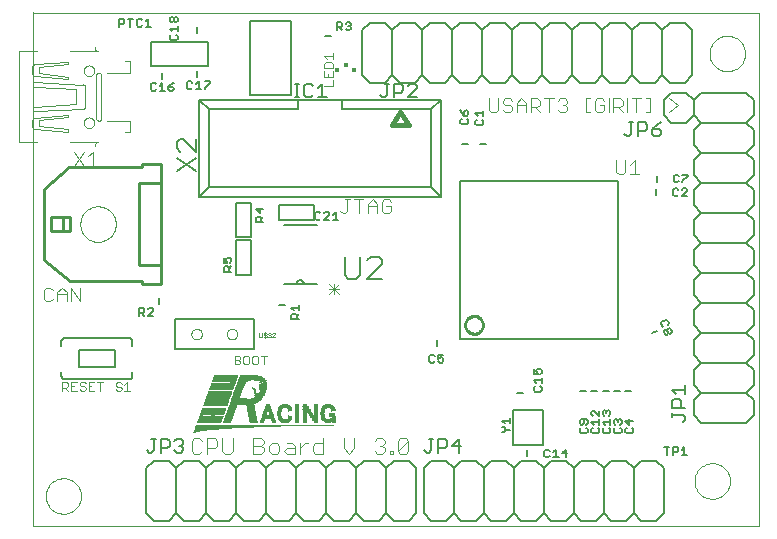
<source format=gto>
G75*
G70*
%OFA0B0*%
%FSLAX24Y24*%
%IPPOS*%
%LPD*%
%AMOC8*
5,1,8,0,0,1.08239X$1,22.5*
%
%ADD10C,0.0000*%
%ADD11C,0.0030*%
%ADD12C,0.0040*%
%ADD13R,0.0012X0.0006*%
%ADD14R,0.0024X0.0006*%
%ADD15R,0.0036X0.0006*%
%ADD16R,0.0060X0.0006*%
%ADD17R,0.0078X0.0006*%
%ADD18R,0.0102X0.0006*%
%ADD19R,0.0126X0.0006*%
%ADD20R,0.0162X0.0006*%
%ADD21R,0.0186X0.0006*%
%ADD22R,0.0228X0.0006*%
%ADD23R,0.0258X0.0006*%
%ADD24R,0.0306X0.0006*%
%ADD25R,0.0348X0.0006*%
%ADD26R,0.0396X0.0006*%
%ADD27R,0.0450X0.0006*%
%ADD28R,0.0510X0.0006*%
%ADD29R,0.0564X0.0006*%
%ADD30R,0.0630X0.0006*%
%ADD31R,0.0702X0.0006*%
%ADD32R,0.0768X0.0006*%
%ADD33R,0.0852X0.0006*%
%ADD34R,0.0930X0.0006*%
%ADD35R,0.1020X0.0006*%
%ADD36R,0.1116X0.0006*%
%ADD37R,0.1212X0.0006*%
%ADD38R,0.1314X0.0006*%
%ADD39R,0.1428X0.0006*%
%ADD40R,0.1548X0.0006*%
%ADD41R,0.1674X0.0006*%
%ADD42R,0.1812X0.0006*%
%ADD43R,0.1950X0.0006*%
%ADD44R,0.2100X0.0006*%
%ADD45R,0.2268X0.0006*%
%ADD46R,0.2436X0.0006*%
%ADD47R,0.2622X0.0006*%
%ADD48R,0.2820X0.0006*%
%ADD49R,0.3042X0.0006*%
%ADD50R,0.3276X0.0006*%
%ADD51R,0.3534X0.0006*%
%ADD52R,0.3828X0.0006*%
%ADD53R,0.4164X0.0006*%
%ADD54R,0.4572X0.0006*%
%ADD55R,0.0120X0.0006*%
%ADD56R,0.0108X0.0006*%
%ADD57R,0.0246X0.0006*%
%ADD58R,0.0240X0.0006*%
%ADD59R,0.0114X0.0006*%
%ADD60R,0.0168X0.0006*%
%ADD61R,0.0150X0.0006*%
%ADD62R,0.0096X0.0006*%
%ADD63R,0.0774X0.0006*%
%ADD64R,0.0252X0.0006*%
%ADD65R,0.0132X0.0006*%
%ADD66R,0.0204X0.0006*%
%ADD67R,0.0180X0.0006*%
%ADD68R,0.0234X0.0006*%
%ADD69R,0.0132X0.0006*%
%ADD70R,0.0204X0.0006*%
%ADD71R,0.0780X0.0006*%
%ADD72R,0.0282X0.0006*%
%ADD73R,0.0138X0.0006*%
%ADD74R,0.0294X0.0006*%
%ADD75R,0.0144X0.0006*%
%ADD76R,0.0252X0.0006*%
%ADD77R,0.0318X0.0006*%
%ADD78R,0.0276X0.0006*%
%ADD79R,0.0330X0.0006*%
%ADD80R,0.0288X0.0006*%
%ADD81R,0.0342X0.0006*%
%ADD82R,0.0156X0.0006*%
%ADD83R,0.0300X0.0006*%
%ADD84R,0.0354X0.0006*%
%ADD85R,0.0312X0.0006*%
%ADD86R,0.0366X0.0006*%
%ADD87R,0.0324X0.0006*%
%ADD88R,0.0378X0.0006*%
%ADD89R,0.0390X0.0006*%
%ADD90R,0.0174X0.0006*%
%ADD91R,0.0774X0.0006*%
%ADD92R,0.0456X0.0006*%
%ADD93R,0.0408X0.0006*%
%ADD94R,0.0420X0.0006*%
%ADD95R,0.0462X0.0006*%
%ADD96R,0.0192X0.0006*%
%ADD97R,0.0222X0.0006*%
%ADD98R,0.0174X0.0006*%
%ADD99R,0.0198X0.0006*%
%ADD100R,0.0162X0.0006*%
%ADD101R,0.0144X0.0006*%
%ADD102R,0.0210X0.0006*%
%ADD103R,0.0444X0.0006*%
%ADD104R,0.0438X0.0006*%
%ADD105R,0.0216X0.0006*%
%ADD106R,0.0432X0.0006*%
%ADD107R,0.0426X0.0006*%
%ADD108R,0.0414X0.0006*%
%ADD109R,0.0402X0.0006*%
%ADD110R,0.0090X0.0006*%
%ADD111R,0.0066X0.0006*%
%ADD112R,0.0384X0.0006*%
%ADD113R,0.0030X0.0006*%
%ADD114R,0.0264X0.0006*%
%ADD115R,0.0006X0.0006*%
%ADD116R,0.0270X0.0006*%
%ADD117R,0.0114X0.0006*%
%ADD118R,0.0264X0.0006*%
%ADD119R,0.0018X0.0006*%
%ADD120R,0.0042X0.0006*%
%ADD121R,0.0072X0.0006*%
%ADD122R,0.0234X0.0006*%
%ADD123R,0.0372X0.0006*%
%ADD124R,0.0810X0.0006*%
%ADD125R,0.0804X0.0006*%
%ADD126R,0.0798X0.0006*%
%ADD127R,0.0786X0.0006*%
%ADD128R,0.0792X0.0006*%
%ADD129R,0.0816X0.0006*%
%ADD130R,0.0840X0.0006*%
%ADD131R,0.0864X0.0006*%
%ADD132R,0.0870X0.0006*%
%ADD133R,0.0882X0.0006*%
%ADD134R,0.0888X0.0006*%
%ADD135R,0.0900X0.0006*%
%ADD136R,0.0912X0.0006*%
%ADD137R,0.0924X0.0006*%
%ADD138R,0.0936X0.0006*%
%ADD139R,0.0942X0.0006*%
%ADD140R,0.0948X0.0006*%
%ADD141R,0.0960X0.0006*%
%ADD142R,0.0966X0.0006*%
%ADD143R,0.0972X0.0006*%
%ADD144R,0.0972X0.0006*%
%ADD145R,0.0978X0.0006*%
%ADD146R,0.0984X0.0006*%
%ADD147R,0.0990X0.0006*%
%ADD148R,0.0996X0.0006*%
%ADD149R,0.0324X0.0006*%
%ADD150R,0.0312X0.0006*%
%ADD151R,0.0048X0.0006*%
%ADD152R,0.0222X0.0006*%
%ADD153R,0.0024X0.0006*%
%ADD154R,0.0054X0.0006*%
%ADD155R,0.0054X0.0006*%
%ADD156R,0.0042X0.0006*%
%ADD157R,0.0012X0.0006*%
%ADD158R,0.0282X0.0006*%
%ADD159R,0.0192X0.0006*%
%ADD160R,0.0342X0.0006*%
%ADD161R,0.0360X0.0006*%
%ADD162R,0.0648X0.0006*%
%ADD163R,0.0672X0.0006*%
%ADD164R,0.0876X0.0006*%
%ADD165R,0.0864X0.0006*%
%ADD166R,0.0858X0.0006*%
%ADD167R,0.0834X0.0006*%
%ADD168R,0.0828X0.0006*%
%ADD169R,0.0762X0.0006*%
%ADD170R,0.0744X0.0006*%
%ADD171R,0.0726X0.0006*%
%ADD172R,0.0708X0.0006*%
%ADD173R,0.0690X0.0006*%
%ADD174R,0.0666X0.0006*%
%ADD175R,0.0636X0.0006*%
%ADD176R,0.0606X0.0006*%
%ADD177R,0.0546X0.0006*%
%ADD178C,0.0080*%
%ADD179C,0.0100*%
%ADD180C,0.0060*%
%ADD181C,0.0020*%
%ADD182C,0.0050*%
%ADD183C,0.0160*%
%ADD184R,0.0128X0.0167*%
%ADD185R,0.0138X0.0138*%
%ADD186C,0.0010*%
D10*
X000599Y000160D02*
X000599Y017278D01*
X000600Y017276D02*
X024780Y017276D01*
X024780Y000156D01*
X024779Y000160D02*
X000599Y000160D01*
X001008Y001160D02*
X001010Y001208D01*
X001016Y001256D01*
X001026Y001303D01*
X001039Y001349D01*
X001057Y001394D01*
X001077Y001438D01*
X001102Y001480D01*
X001130Y001519D01*
X001160Y001556D01*
X001194Y001590D01*
X001231Y001622D01*
X001269Y001651D01*
X001310Y001676D01*
X001353Y001698D01*
X001398Y001716D01*
X001444Y001730D01*
X001491Y001741D01*
X001539Y001748D01*
X001587Y001751D01*
X001635Y001750D01*
X001683Y001745D01*
X001731Y001736D01*
X001777Y001724D01*
X001822Y001707D01*
X001866Y001687D01*
X001908Y001664D01*
X001948Y001637D01*
X001986Y001607D01*
X002021Y001574D01*
X002053Y001538D01*
X002083Y001500D01*
X002109Y001459D01*
X002131Y001416D01*
X002151Y001372D01*
X002166Y001327D01*
X002178Y001280D01*
X002186Y001232D01*
X002190Y001184D01*
X002190Y001136D01*
X002186Y001088D01*
X002178Y001040D01*
X002166Y000993D01*
X002151Y000948D01*
X002131Y000904D01*
X002109Y000861D01*
X002083Y000820D01*
X002053Y000782D01*
X002021Y000746D01*
X001986Y000713D01*
X001948Y000683D01*
X001908Y000656D01*
X001866Y000633D01*
X001822Y000613D01*
X001777Y000596D01*
X001731Y000584D01*
X001683Y000575D01*
X001635Y000570D01*
X001587Y000569D01*
X001539Y000572D01*
X001491Y000579D01*
X001444Y000590D01*
X001398Y000604D01*
X001353Y000622D01*
X001310Y000644D01*
X001269Y000669D01*
X001231Y000698D01*
X001194Y000730D01*
X001160Y000764D01*
X001130Y000801D01*
X001102Y000840D01*
X001077Y000882D01*
X001057Y000926D01*
X001039Y000971D01*
X001026Y001017D01*
X001016Y001064D01*
X001010Y001112D01*
X001008Y001160D01*
X005861Y006558D02*
X005863Y006584D01*
X005869Y006610D01*
X005879Y006635D01*
X005892Y006658D01*
X005908Y006678D01*
X005928Y006696D01*
X005950Y006711D01*
X005973Y006723D01*
X005999Y006731D01*
X006025Y006735D01*
X006051Y006735D01*
X006077Y006731D01*
X006103Y006723D01*
X006127Y006711D01*
X006148Y006696D01*
X006168Y006678D01*
X006184Y006658D01*
X006197Y006635D01*
X006207Y006610D01*
X006213Y006584D01*
X006215Y006558D01*
X006213Y006532D01*
X006207Y006506D01*
X006197Y006481D01*
X006184Y006458D01*
X006168Y006438D01*
X006148Y006420D01*
X006126Y006405D01*
X006103Y006393D01*
X006077Y006385D01*
X006051Y006381D01*
X006025Y006381D01*
X005999Y006385D01*
X005973Y006393D01*
X005949Y006405D01*
X005928Y006420D01*
X005908Y006438D01*
X005892Y006458D01*
X005879Y006481D01*
X005869Y006506D01*
X005863Y006532D01*
X005861Y006558D01*
X007042Y006558D02*
X007044Y006584D01*
X007050Y006610D01*
X007060Y006635D01*
X007073Y006658D01*
X007089Y006678D01*
X007109Y006696D01*
X007131Y006711D01*
X007154Y006723D01*
X007180Y006731D01*
X007206Y006735D01*
X007232Y006735D01*
X007258Y006731D01*
X007284Y006723D01*
X007308Y006711D01*
X007329Y006696D01*
X007349Y006678D01*
X007365Y006658D01*
X007378Y006635D01*
X007388Y006610D01*
X007394Y006584D01*
X007396Y006558D01*
X007394Y006532D01*
X007388Y006506D01*
X007378Y006481D01*
X007365Y006458D01*
X007349Y006438D01*
X007329Y006420D01*
X007307Y006405D01*
X007284Y006393D01*
X007258Y006385D01*
X007232Y006381D01*
X007206Y006381D01*
X007180Y006385D01*
X007154Y006393D01*
X007130Y006405D01*
X007109Y006420D01*
X007089Y006438D01*
X007073Y006458D01*
X007060Y006481D01*
X007050Y006506D01*
X007044Y006532D01*
X007042Y006558D01*
X002162Y010225D02*
X002164Y010273D01*
X002170Y010321D01*
X002180Y010368D01*
X002193Y010414D01*
X002211Y010459D01*
X002231Y010503D01*
X002256Y010545D01*
X002284Y010584D01*
X002314Y010621D01*
X002348Y010655D01*
X002385Y010687D01*
X002423Y010716D01*
X002464Y010741D01*
X002507Y010763D01*
X002552Y010781D01*
X002598Y010795D01*
X002645Y010806D01*
X002693Y010813D01*
X002741Y010816D01*
X002789Y010815D01*
X002837Y010810D01*
X002885Y010801D01*
X002931Y010789D01*
X002976Y010772D01*
X003020Y010752D01*
X003062Y010729D01*
X003102Y010702D01*
X003140Y010672D01*
X003175Y010639D01*
X003207Y010603D01*
X003237Y010565D01*
X003263Y010524D01*
X003285Y010481D01*
X003305Y010437D01*
X003320Y010392D01*
X003332Y010345D01*
X003340Y010297D01*
X003344Y010249D01*
X003344Y010201D01*
X003340Y010153D01*
X003332Y010105D01*
X003320Y010058D01*
X003305Y010013D01*
X003285Y009969D01*
X003263Y009926D01*
X003237Y009885D01*
X003207Y009847D01*
X003175Y009811D01*
X003140Y009778D01*
X003102Y009748D01*
X003062Y009721D01*
X003020Y009698D01*
X002976Y009678D01*
X002931Y009661D01*
X002885Y009649D01*
X002837Y009640D01*
X002789Y009635D01*
X002741Y009634D01*
X002693Y009637D01*
X002645Y009644D01*
X002598Y009655D01*
X002552Y009669D01*
X002507Y009687D01*
X002464Y009709D01*
X002423Y009734D01*
X002385Y009763D01*
X002348Y009795D01*
X002314Y009829D01*
X002284Y009866D01*
X002256Y009905D01*
X002231Y009947D01*
X002211Y009991D01*
X002193Y010036D01*
X002180Y010082D01*
X002170Y010129D01*
X002164Y010177D01*
X002162Y010225D01*
X002273Y013602D02*
X002275Y013628D01*
X002281Y013654D01*
X002291Y013679D01*
X002304Y013702D01*
X002320Y013722D01*
X002340Y013740D01*
X002362Y013755D01*
X002385Y013767D01*
X002411Y013775D01*
X002437Y013779D01*
X002463Y013779D01*
X002489Y013775D01*
X002515Y013767D01*
X002539Y013755D01*
X002560Y013740D01*
X002580Y013722D01*
X002596Y013702D01*
X002609Y013679D01*
X002619Y013654D01*
X002625Y013628D01*
X002627Y013602D01*
X002625Y013576D01*
X002619Y013550D01*
X002609Y013525D01*
X002596Y013502D01*
X002580Y013482D01*
X002560Y013464D01*
X002538Y013449D01*
X002515Y013437D01*
X002489Y013429D01*
X002463Y013425D01*
X002437Y013425D01*
X002411Y013429D01*
X002385Y013437D01*
X002361Y013449D01*
X002340Y013464D01*
X002320Y013482D01*
X002304Y013502D01*
X002291Y013525D01*
X002281Y013550D01*
X002275Y013576D01*
X002273Y013602D01*
X002273Y015335D02*
X002275Y015361D01*
X002281Y015387D01*
X002291Y015412D01*
X002304Y015435D01*
X002320Y015455D01*
X002340Y015473D01*
X002362Y015488D01*
X002385Y015500D01*
X002411Y015508D01*
X002437Y015512D01*
X002463Y015512D01*
X002489Y015508D01*
X002515Y015500D01*
X002539Y015488D01*
X002560Y015473D01*
X002580Y015455D01*
X002596Y015435D01*
X002609Y015412D01*
X002619Y015387D01*
X002625Y015361D01*
X002627Y015335D01*
X002625Y015309D01*
X002619Y015283D01*
X002609Y015258D01*
X002596Y015235D01*
X002580Y015215D01*
X002560Y015197D01*
X002538Y015182D01*
X002515Y015170D01*
X002489Y015162D01*
X002463Y015158D01*
X002437Y015158D01*
X002411Y015162D01*
X002385Y015170D01*
X002361Y015182D01*
X002340Y015197D01*
X002320Y015215D01*
X002304Y015235D01*
X002291Y015258D01*
X002281Y015283D01*
X002275Y015309D01*
X002273Y015335D01*
X022633Y001660D02*
X022635Y001708D01*
X022641Y001756D01*
X022651Y001803D01*
X022664Y001849D01*
X022682Y001894D01*
X022702Y001938D01*
X022727Y001980D01*
X022755Y002019D01*
X022785Y002056D01*
X022819Y002090D01*
X022856Y002122D01*
X022894Y002151D01*
X022935Y002176D01*
X022978Y002198D01*
X023023Y002216D01*
X023069Y002230D01*
X023116Y002241D01*
X023164Y002248D01*
X023212Y002251D01*
X023260Y002250D01*
X023308Y002245D01*
X023356Y002236D01*
X023402Y002224D01*
X023447Y002207D01*
X023491Y002187D01*
X023533Y002164D01*
X023573Y002137D01*
X023611Y002107D01*
X023646Y002074D01*
X023678Y002038D01*
X023708Y002000D01*
X023734Y001959D01*
X023756Y001916D01*
X023776Y001872D01*
X023791Y001827D01*
X023803Y001780D01*
X023811Y001732D01*
X023815Y001684D01*
X023815Y001636D01*
X023811Y001588D01*
X023803Y001540D01*
X023791Y001493D01*
X023776Y001448D01*
X023756Y001404D01*
X023734Y001361D01*
X023708Y001320D01*
X023678Y001282D01*
X023646Y001246D01*
X023611Y001213D01*
X023573Y001183D01*
X023533Y001156D01*
X023491Y001133D01*
X023447Y001113D01*
X023402Y001096D01*
X023356Y001084D01*
X023308Y001075D01*
X023260Y001070D01*
X023212Y001069D01*
X023164Y001072D01*
X023116Y001079D01*
X023069Y001090D01*
X023023Y001104D01*
X022978Y001122D01*
X022935Y001144D01*
X022894Y001169D01*
X022856Y001198D01*
X022819Y001230D01*
X022785Y001264D01*
X022755Y001301D01*
X022727Y001340D01*
X022702Y001382D01*
X022682Y001426D01*
X022664Y001471D01*
X022651Y001517D01*
X022641Y001564D01*
X022635Y001612D01*
X022633Y001660D01*
X023133Y015910D02*
X023135Y015958D01*
X023141Y016006D01*
X023151Y016053D01*
X023164Y016099D01*
X023182Y016144D01*
X023202Y016188D01*
X023227Y016230D01*
X023255Y016269D01*
X023285Y016306D01*
X023319Y016340D01*
X023356Y016372D01*
X023394Y016401D01*
X023435Y016426D01*
X023478Y016448D01*
X023523Y016466D01*
X023569Y016480D01*
X023616Y016491D01*
X023664Y016498D01*
X023712Y016501D01*
X023760Y016500D01*
X023808Y016495D01*
X023856Y016486D01*
X023902Y016474D01*
X023947Y016457D01*
X023991Y016437D01*
X024033Y016414D01*
X024073Y016387D01*
X024111Y016357D01*
X024146Y016324D01*
X024178Y016288D01*
X024208Y016250D01*
X024234Y016209D01*
X024256Y016166D01*
X024276Y016122D01*
X024291Y016077D01*
X024303Y016030D01*
X024311Y015982D01*
X024315Y015934D01*
X024315Y015886D01*
X024311Y015838D01*
X024303Y015790D01*
X024291Y015743D01*
X024276Y015698D01*
X024256Y015654D01*
X024234Y015611D01*
X024208Y015570D01*
X024178Y015532D01*
X024146Y015496D01*
X024111Y015463D01*
X024073Y015433D01*
X024033Y015406D01*
X023991Y015383D01*
X023947Y015363D01*
X023902Y015346D01*
X023856Y015334D01*
X023808Y015325D01*
X023760Y015320D01*
X023712Y015319D01*
X023664Y015322D01*
X023616Y015329D01*
X023569Y015340D01*
X023523Y015354D01*
X023478Y015372D01*
X023435Y015394D01*
X023394Y015419D01*
X023356Y015448D01*
X023319Y015480D01*
X023285Y015514D01*
X023255Y015551D01*
X023227Y015590D01*
X023202Y015632D01*
X023182Y015676D01*
X023164Y015721D01*
X023151Y015767D01*
X023141Y015814D01*
X023135Y015862D01*
X023133Y015910D01*
D11*
X010773Y008215D02*
X010459Y007902D01*
X010459Y008058D02*
X010773Y008058D01*
X010773Y007902D02*
X010459Y008215D01*
X010616Y008215D02*
X010616Y007902D01*
X008381Y005836D02*
X008187Y005836D01*
X008284Y005836D02*
X008284Y005546D01*
X008086Y005594D02*
X008086Y005788D01*
X008038Y005836D01*
X007941Y005836D01*
X007892Y005788D01*
X007892Y005594D01*
X007941Y005546D01*
X008038Y005546D01*
X008086Y005594D01*
X007791Y005594D02*
X007791Y005788D01*
X007743Y005836D01*
X007646Y005836D01*
X007598Y005788D01*
X007598Y005594D01*
X007646Y005546D01*
X007743Y005546D01*
X007791Y005594D01*
X007497Y005594D02*
X007448Y005546D01*
X007303Y005546D01*
X007303Y005836D01*
X007448Y005836D01*
X007497Y005788D01*
X007497Y005739D01*
X007448Y005691D01*
X007303Y005691D01*
X007448Y005691D02*
X007497Y005643D01*
X007497Y005594D01*
X002922Y004960D02*
X002729Y004960D01*
X002825Y004960D02*
X002825Y004670D01*
X002628Y004670D02*
X002434Y004670D01*
X002434Y004960D01*
X002628Y004960D01*
X002531Y004815D02*
X002434Y004815D01*
X002333Y004767D02*
X002333Y004718D01*
X002285Y004670D01*
X002188Y004670D01*
X002139Y004718D01*
X002188Y004815D02*
X002285Y004815D01*
X002333Y004767D01*
X002333Y004912D02*
X002285Y004960D01*
X002188Y004960D01*
X002139Y004912D01*
X002139Y004863D01*
X002188Y004815D01*
X002038Y004670D02*
X001845Y004670D01*
X001845Y004960D01*
X002038Y004960D01*
X001942Y004815D02*
X001845Y004815D01*
X001744Y004815D02*
X001744Y004912D01*
X001695Y004960D01*
X001550Y004960D01*
X001550Y004670D01*
X001550Y004767D02*
X001695Y004767D01*
X001744Y004815D01*
X001647Y004767D02*
X001744Y004670D01*
X010285Y014838D02*
X010575Y014838D01*
X010575Y015031D01*
X010575Y015133D02*
X010575Y015326D01*
X010575Y015427D02*
X010285Y015427D01*
X010285Y015572D01*
X010333Y015621D01*
X010527Y015621D01*
X010575Y015572D01*
X010575Y015427D01*
X010430Y015229D02*
X010430Y015133D01*
X010285Y015133D02*
X010575Y015133D01*
X010285Y015133D02*
X010285Y015326D01*
X010382Y015722D02*
X010285Y015819D01*
X010575Y015819D01*
X010575Y015915D02*
X010575Y015722D01*
D12*
X015786Y014420D02*
X015786Y014037D01*
X015863Y013960D01*
X016016Y013960D01*
X016093Y014037D01*
X016093Y014420D01*
X016247Y014344D02*
X016247Y014267D01*
X016323Y014190D01*
X016477Y014190D01*
X016553Y014113D01*
X016553Y014037D01*
X016477Y013960D01*
X016323Y013960D01*
X016247Y014037D01*
X016247Y014344D02*
X016323Y014420D01*
X016477Y014420D01*
X016553Y014344D01*
X016707Y014267D02*
X016860Y014420D01*
X017014Y014267D01*
X017014Y013960D01*
X017167Y013960D02*
X017167Y014420D01*
X017398Y014420D01*
X017474Y014344D01*
X017474Y014190D01*
X017398Y014113D01*
X017167Y014113D01*
X017321Y014113D02*
X017474Y013960D01*
X017014Y014190D02*
X016707Y014190D01*
X016707Y014267D02*
X016707Y013960D01*
X017628Y014420D02*
X017935Y014420D01*
X017781Y014420D02*
X017781Y013960D01*
X018088Y014037D02*
X018165Y013960D01*
X018318Y013960D01*
X018395Y014037D01*
X018395Y014113D01*
X018318Y014190D01*
X018242Y014190D01*
X018318Y014190D02*
X018395Y014267D01*
X018395Y014344D01*
X018318Y014420D01*
X018165Y014420D01*
X018088Y014344D01*
X019009Y014420D02*
X019009Y013960D01*
X019162Y013960D01*
X019316Y014037D02*
X019393Y013960D01*
X019546Y013960D01*
X019623Y014037D01*
X019623Y014190D01*
X019469Y014190D01*
X019316Y014037D02*
X019316Y014344D01*
X019393Y014420D01*
X019546Y014420D01*
X019623Y014344D01*
X019776Y014420D02*
X019776Y013960D01*
X019930Y013960D02*
X019930Y014420D01*
X020160Y014420D01*
X020237Y014344D01*
X020237Y014190D01*
X020160Y014113D01*
X019930Y014113D01*
X020083Y014113D02*
X020237Y013960D01*
X020390Y013960D02*
X020390Y014420D01*
X020544Y014420D02*
X020850Y014420D01*
X020697Y014420D02*
X020697Y013960D01*
X021004Y013960D02*
X021157Y013960D01*
X021157Y014420D01*
X021004Y014420D01*
X021771Y014420D02*
X022078Y014190D01*
X021771Y013960D01*
X020638Y012356D02*
X020638Y011895D01*
X020791Y011895D02*
X020484Y011895D01*
X020331Y011972D02*
X020331Y012356D01*
X020484Y012202D02*
X020638Y012356D01*
X020331Y011972D02*
X020254Y011895D01*
X020101Y011895D01*
X020024Y011972D01*
X020024Y012356D01*
X019162Y014420D02*
X019009Y014420D01*
X012514Y010969D02*
X012438Y011045D01*
X012284Y011045D01*
X012207Y010969D01*
X012207Y010662D01*
X012284Y010585D01*
X012438Y010585D01*
X012514Y010662D01*
X012514Y010815D01*
X012361Y010815D01*
X012054Y010815D02*
X011747Y010815D01*
X011747Y010892D02*
X011747Y010585D01*
X011440Y010585D02*
X011440Y011045D01*
X011287Y011045D02*
X011593Y011045D01*
X011747Y010892D02*
X011900Y011045D01*
X012054Y010892D01*
X012054Y010585D01*
X011056Y010662D02*
X011056Y011045D01*
X010980Y011045D02*
X011133Y011045D01*
X011056Y010662D02*
X010980Y010585D01*
X010903Y010585D01*
X010826Y010662D01*
X003819Y013283D02*
X003819Y013672D01*
X003799Y013672D02*
X003063Y013672D01*
X002859Y013753D02*
X002859Y015184D01*
X002857Y015200D01*
X002853Y015215D01*
X002845Y015230D01*
X002835Y015242D01*
X002823Y015252D01*
X002808Y015260D01*
X002793Y015264D01*
X002777Y015266D01*
X002777Y015266D01*
X002777Y015265D02*
X002757Y015263D01*
X002738Y015257D01*
X002720Y015248D01*
X002705Y015235D01*
X002692Y015220D01*
X002683Y015202D01*
X002677Y015183D01*
X002675Y015163D01*
X002675Y015164D02*
X002675Y013774D01*
X002677Y013754D01*
X002683Y013735D01*
X002692Y013717D01*
X002705Y013702D01*
X002720Y013689D01*
X002738Y013680D01*
X002757Y013674D01*
X002777Y013672D01*
X002777Y013671D02*
X002793Y013673D01*
X002808Y013677D01*
X002823Y013685D01*
X002835Y013695D01*
X002845Y013707D01*
X002853Y013722D01*
X002857Y013737D01*
X002859Y013753D01*
X002327Y014142D02*
X002327Y014796D01*
X002328Y014796D02*
X002325Y014814D01*
X002318Y014831D01*
X002309Y014846D01*
X002296Y014859D01*
X002281Y014868D01*
X002264Y014875D01*
X002246Y014878D01*
X002246Y014877D02*
X000651Y014959D01*
X000635Y014957D01*
X000620Y014953D01*
X000605Y014945D01*
X000593Y014935D01*
X000583Y014923D01*
X000575Y014908D01*
X000571Y014893D01*
X000569Y014877D01*
X000570Y014877D02*
X000570Y014877D01*
X000569Y014877D02*
X000571Y014861D01*
X000575Y014846D01*
X000583Y014831D01*
X000593Y014819D01*
X000605Y014809D01*
X000620Y014801D01*
X000635Y014797D01*
X000651Y014795D01*
X000651Y014796D02*
X002000Y014714D01*
X002000Y014223D01*
X000651Y014142D01*
X000635Y014140D01*
X000620Y014136D01*
X000605Y014128D01*
X000593Y014118D01*
X000583Y014106D01*
X000575Y014091D01*
X000571Y014076D01*
X000569Y014060D01*
X000571Y014044D01*
X000575Y014029D01*
X000583Y014014D01*
X000593Y014002D01*
X000605Y013992D01*
X000620Y013984D01*
X000635Y013980D01*
X000651Y013978D01*
X002246Y014060D01*
X002246Y014059D02*
X002264Y014062D01*
X002281Y014069D01*
X002296Y014078D01*
X002309Y014091D01*
X002318Y014106D01*
X002325Y014123D01*
X002328Y014141D01*
X001735Y013876D02*
X001735Y013794D01*
X000794Y013692D01*
X000794Y013488D01*
X001735Y013385D01*
X001735Y013304D01*
X000651Y013385D01*
X000632Y013389D01*
X000613Y013395D01*
X000596Y013405D01*
X000580Y013417D01*
X000567Y013432D01*
X000556Y013449D01*
X000549Y013467D01*
X000549Y013692D02*
X000556Y013710D01*
X000567Y013727D01*
X000580Y013742D01*
X000596Y013754D01*
X000613Y013764D01*
X000632Y013770D01*
X000651Y013774D01*
X001735Y013876D01*
X000550Y013692D02*
X000541Y013655D01*
X000535Y013618D01*
X000533Y013580D01*
X000535Y013542D01*
X000541Y013505D01*
X000550Y013468D01*
X000712Y012956D02*
X000120Y012956D01*
X000120Y012956D01*
X000120Y015981D01*
X000712Y015981D01*
X000651Y015552D02*
X001735Y015634D01*
X001735Y015552D01*
X000794Y015450D01*
X000794Y015245D01*
X001735Y015143D01*
X001735Y015061D01*
X000651Y015164D01*
X000651Y015163D02*
X000632Y015167D01*
X000613Y015173D01*
X000596Y015183D01*
X000580Y015195D01*
X000567Y015210D01*
X000556Y015227D01*
X000549Y015245D01*
X000549Y015470D02*
X000556Y015488D01*
X000567Y015505D01*
X000580Y015520D01*
X000596Y015532D01*
X000613Y015542D01*
X000632Y015548D01*
X000651Y015552D01*
X000550Y015470D02*
X000541Y015433D01*
X000535Y015396D01*
X000533Y015358D01*
X000535Y015320D01*
X000541Y015283D01*
X000550Y015246D01*
X001827Y015981D02*
X002736Y015981D01*
X002720Y015983D01*
X002705Y015987D01*
X002690Y015995D01*
X002678Y016005D01*
X002668Y016017D01*
X002660Y016032D01*
X002656Y016047D01*
X002654Y016063D01*
X002654Y016124D01*
X003656Y015654D02*
X003799Y015654D01*
X003819Y015654D02*
X003819Y015266D01*
X003799Y015266D02*
X003063Y015266D01*
X003656Y013283D02*
X003799Y013283D01*
X002736Y012956D02*
X001827Y012956D01*
X001960Y012637D02*
X002267Y012177D01*
X002420Y012177D02*
X002727Y012177D01*
X002574Y012177D02*
X002574Y012637D01*
X002420Y012484D01*
X002267Y012637D02*
X001960Y012177D01*
X002654Y012813D02*
X002654Y012875D01*
X002656Y012891D01*
X002660Y012906D01*
X002668Y012921D01*
X002678Y012933D01*
X002690Y012943D01*
X002705Y012951D01*
X002720Y012955D01*
X002736Y012957D01*
X002162Y008111D02*
X002162Y007651D01*
X001855Y008111D01*
X001855Y007651D01*
X001701Y007651D02*
X001701Y007958D01*
X001548Y008111D01*
X001395Y007958D01*
X001395Y007651D01*
X001241Y007728D02*
X001164Y007651D01*
X001011Y007651D01*
X000934Y007728D01*
X000934Y008035D01*
X001011Y008111D01*
X001164Y008111D01*
X001241Y008035D01*
X001395Y007881D02*
X001701Y007881D01*
X005955Y003097D02*
X005868Y003011D01*
X005868Y002664D01*
X005955Y002577D01*
X006128Y002577D01*
X006215Y002664D01*
X006384Y002750D02*
X006644Y002750D01*
X006731Y002837D01*
X006731Y003011D01*
X006644Y003097D01*
X006384Y003097D01*
X006384Y002577D01*
X006899Y002664D02*
X006986Y002577D01*
X007160Y002577D01*
X007246Y002664D01*
X007246Y003097D01*
X006899Y003097D02*
X006899Y002664D01*
X006215Y003011D02*
X006128Y003097D01*
X005955Y003097D01*
X007931Y003097D02*
X007931Y002577D01*
X008191Y002577D01*
X008278Y002664D01*
X008278Y002750D01*
X008191Y002837D01*
X007931Y002837D01*
X008191Y002837D02*
X008278Y002924D01*
X008278Y003011D01*
X008191Y003097D01*
X007931Y003097D01*
X008446Y002837D02*
X008446Y002664D01*
X008533Y002577D01*
X008707Y002577D01*
X008793Y002664D01*
X008793Y002837D01*
X008707Y002924D01*
X008533Y002924D01*
X008446Y002837D01*
X008962Y002664D02*
X009049Y002750D01*
X009309Y002750D01*
X009309Y002837D02*
X009222Y002924D01*
X009049Y002924D01*
X009309Y002837D02*
X009309Y002577D01*
X009049Y002577D01*
X008962Y002664D01*
X009478Y002750D02*
X009651Y002924D01*
X009738Y002924D01*
X009907Y002837D02*
X009907Y002664D01*
X009994Y002577D01*
X010254Y002577D01*
X010254Y003097D01*
X010254Y002924D02*
X009994Y002924D01*
X009907Y002837D01*
X009478Y002924D02*
X009478Y002577D01*
X010939Y002750D02*
X011112Y002577D01*
X011286Y002750D01*
X011286Y003097D01*
X010939Y003097D02*
X010939Y002750D01*
X011970Y002664D02*
X012057Y002577D01*
X012230Y002577D01*
X012317Y002664D01*
X012317Y002750D01*
X012230Y002837D01*
X012143Y002837D01*
X012230Y002837D02*
X012317Y002924D01*
X012317Y003011D01*
X012230Y003097D01*
X012057Y003097D01*
X011970Y003011D01*
X012486Y002664D02*
X012572Y002664D01*
X012572Y002577D01*
X012486Y002577D01*
X012486Y002664D01*
X012743Y002664D02*
X013090Y003011D01*
X013090Y002664D01*
X013004Y002577D01*
X012830Y002577D01*
X012743Y002664D01*
X012743Y003011D01*
X012830Y003097D01*
X013004Y003097D01*
X013090Y003011D01*
D13*
X005956Y003263D03*
D14*
X005962Y003269D03*
X009112Y003977D03*
D15*
X008008Y004565D03*
X008002Y004571D03*
X007996Y004601D03*
X007996Y004607D03*
X007996Y004613D03*
X007936Y004727D03*
X005974Y003275D03*
D16*
X005986Y003281D03*
X008008Y005003D03*
X009130Y003989D03*
D17*
X005995Y003287D03*
D18*
X006013Y003293D03*
D19*
X006025Y003299D03*
X008413Y004181D03*
X008479Y004001D03*
X008485Y003983D03*
X008491Y003965D03*
X008497Y003953D03*
X008497Y003947D03*
X008503Y003935D03*
X008503Y003929D03*
X008509Y003917D03*
X008509Y003911D03*
X008515Y003899D03*
X008515Y003893D03*
X008521Y003881D03*
X008521Y003875D03*
X008527Y003863D03*
X008527Y003857D03*
X008533Y003851D03*
X008533Y003845D03*
X008533Y003839D03*
X008539Y003833D03*
X008539Y003827D03*
X008575Y003719D03*
X008581Y003701D03*
X008587Y003683D03*
X008593Y003665D03*
X008617Y003599D03*
X008791Y003857D03*
X008791Y003863D03*
X008791Y003869D03*
X008791Y003875D03*
X008791Y003905D03*
X008791Y003911D03*
X008791Y003917D03*
X008791Y003923D03*
X009643Y003923D03*
X009643Y003929D03*
X009643Y003935D03*
X009643Y003941D03*
X009643Y003947D03*
X009643Y003953D03*
X009643Y003959D03*
X009643Y003917D03*
X009643Y003911D03*
X009643Y003905D03*
X009643Y003899D03*
X009643Y003893D03*
X009643Y003887D03*
X009643Y003881D03*
X009643Y003875D03*
X009643Y003869D03*
X009643Y003863D03*
X009643Y003857D03*
X009643Y003851D03*
X009643Y003845D03*
X009643Y003839D03*
X009643Y003833D03*
X009643Y003827D03*
X009643Y003821D03*
X009643Y003815D03*
X009643Y003809D03*
X009643Y003803D03*
X009643Y003797D03*
X009643Y003791D03*
X009643Y003785D03*
X009643Y003779D03*
X009643Y003773D03*
X009643Y003767D03*
X009643Y003761D03*
X009643Y003755D03*
X009643Y003749D03*
X009643Y003743D03*
X009643Y003737D03*
X009643Y003731D03*
X009643Y003725D03*
X009643Y003719D03*
X009643Y003713D03*
X009643Y003707D03*
X009643Y003701D03*
X009643Y003695D03*
X009643Y003689D03*
X009643Y003683D03*
X009643Y003677D03*
X009643Y003671D03*
X009643Y003665D03*
X009643Y003659D03*
X009643Y003653D03*
X009643Y003647D03*
X009643Y003641D03*
X009643Y003635D03*
X009643Y003629D03*
X009643Y003623D03*
X009643Y003617D03*
X009643Y003611D03*
X009643Y003605D03*
X010015Y003605D03*
X010015Y003827D03*
X010015Y003833D03*
X010015Y003839D03*
X010015Y003845D03*
X010015Y003851D03*
X010015Y003857D03*
X010015Y003863D03*
X010015Y003869D03*
X010015Y003875D03*
X010015Y003881D03*
X010015Y003887D03*
X010015Y003893D03*
X010015Y003899D03*
X010015Y003905D03*
X010015Y003911D03*
X010015Y003917D03*
X010015Y003923D03*
X010015Y003929D03*
X010015Y003935D03*
X010015Y003941D03*
X010015Y003947D03*
X010015Y003953D03*
X010015Y003959D03*
X010015Y003965D03*
X010015Y003971D03*
X010015Y003977D03*
X010015Y003983D03*
X010015Y003989D03*
X010015Y003995D03*
X010015Y004001D03*
X010015Y004007D03*
X010015Y004013D03*
X010015Y004019D03*
X010015Y004025D03*
X010015Y004031D03*
X010015Y004037D03*
X010015Y004043D03*
X010015Y004049D03*
X010015Y004055D03*
X010015Y004061D03*
X010015Y004067D03*
X010015Y004073D03*
X010015Y004079D03*
X010015Y004085D03*
X010015Y004091D03*
X010015Y004097D03*
X010015Y004103D03*
X010015Y004109D03*
X010015Y004115D03*
X010015Y004121D03*
X010015Y004127D03*
X010015Y004133D03*
X010015Y004139D03*
X010015Y004145D03*
X010015Y004151D03*
X010015Y004157D03*
X010015Y004163D03*
X010015Y004169D03*
X010015Y004175D03*
X010231Y003929D03*
X010231Y003923D03*
X010231Y003863D03*
X010615Y003791D03*
X010615Y003785D03*
X009649Y004181D03*
X008311Y004913D03*
D20*
X008413Y004127D03*
X008851Y004073D03*
X009121Y004073D03*
X009127Y004067D03*
X008851Y003707D03*
X009661Y004133D03*
X009661Y004139D03*
X009997Y003659D03*
X009997Y003653D03*
X010597Y003725D03*
X010561Y004073D03*
X007243Y004913D03*
X007237Y004895D03*
X006043Y003305D03*
D21*
X006061Y003311D03*
X008413Y004091D03*
X008413Y004097D03*
X009103Y003695D03*
X009673Y004097D03*
X009673Y004103D03*
X009985Y003695D03*
X009985Y003689D03*
X010303Y004079D03*
X010585Y003707D03*
X008287Y004895D03*
D22*
X008230Y004991D03*
X008230Y004997D03*
X008248Y004679D03*
X008248Y004673D03*
X008248Y004667D03*
X008206Y004559D03*
X008416Y004037D03*
X008416Y004031D03*
X007336Y004409D03*
X007336Y004415D03*
X007336Y004421D03*
X007342Y004427D03*
X007342Y004433D03*
X007348Y004445D03*
X007348Y004451D03*
X007354Y004463D03*
X007354Y004469D03*
X007360Y004475D03*
X007360Y004481D03*
X007360Y004487D03*
X007366Y004493D03*
X007366Y004499D03*
X007372Y004511D03*
X007372Y004517D03*
X007378Y004529D03*
X007378Y004535D03*
X007384Y004547D03*
X007384Y004553D03*
X007390Y004559D03*
X007390Y004565D03*
X007396Y004577D03*
X007396Y004583D03*
X007402Y004595D03*
X007408Y004613D03*
X007414Y004625D03*
X007420Y004643D03*
X007330Y004403D03*
X007330Y004397D03*
X006082Y003317D03*
X009694Y004037D03*
X009964Y003755D03*
X010408Y003617D03*
X010564Y003797D03*
X010564Y003803D03*
X010564Y003809D03*
X010564Y003815D03*
X010564Y003821D03*
X010564Y003827D03*
X010564Y003833D03*
X010564Y003839D03*
X010564Y003845D03*
X010564Y003851D03*
X010564Y003857D03*
X010564Y003863D03*
X010564Y003869D03*
X010564Y003875D03*
X010564Y003881D03*
X010564Y003887D03*
D23*
X010429Y004163D03*
X009949Y003803D03*
X009949Y003797D03*
X009709Y003989D03*
X008989Y004163D03*
X008989Y003617D03*
X010405Y003629D03*
X007519Y004877D03*
X007513Y004865D03*
X007507Y004853D03*
X007339Y004391D03*
X006103Y003323D03*
D24*
X006127Y003329D03*
X008065Y004397D03*
X008137Y004499D03*
X008137Y004505D03*
X007567Y004949D03*
X010429Y004145D03*
D25*
X008032Y004379D03*
X006148Y003335D03*
D26*
X006178Y003341D03*
X007630Y005003D03*
X008986Y004103D03*
X008986Y003677D03*
X008416Y003797D03*
X010426Y004103D03*
D27*
X010453Y003671D03*
X006205Y003347D03*
D28*
X006235Y003353D03*
X007465Y004379D03*
D29*
X006268Y003359D03*
D30*
X006301Y003365D03*
D31*
X006337Y003371D03*
D32*
X006376Y003377D03*
X007852Y005099D03*
D33*
X007876Y005051D03*
X006418Y003383D03*
D34*
X006463Y003389D03*
X007639Y004289D03*
D35*
X006508Y003395D03*
D36*
X006556Y003401D03*
D37*
X006610Y003407D03*
D38*
X006661Y003413D03*
D39*
X006718Y003419D03*
D40*
X006784Y003425D03*
D41*
X006847Y003431D03*
D42*
X006916Y003437D03*
D43*
X006991Y003443D03*
D44*
X007066Y003449D03*
D45*
X007150Y003455D03*
D46*
X007240Y003461D03*
D47*
X007333Y003467D03*
D48*
X007438Y003473D03*
D49*
X007549Y003479D03*
D50*
X007666Y003485D03*
D51*
X007801Y003491D03*
D52*
X007948Y003497D03*
D53*
X008116Y003503D03*
D54*
X008326Y003509D03*
D55*
X008212Y003611D03*
X008212Y003617D03*
X008218Y003623D03*
X008218Y003629D03*
X008218Y003635D03*
X008224Y003641D03*
X008224Y003647D03*
X008224Y003653D03*
X008230Y003659D03*
X008230Y003665D03*
X008230Y003671D03*
X008236Y003677D03*
X008236Y003683D03*
X008236Y003689D03*
X008242Y003695D03*
X008242Y003701D03*
X008248Y003713D03*
X008248Y003719D03*
X008290Y003839D03*
X008296Y003851D03*
X008296Y003857D03*
X008302Y003869D03*
X008302Y003875D03*
X008308Y003887D03*
X008308Y003893D03*
X008314Y003905D03*
X008320Y003923D03*
X008326Y003941D03*
X008332Y003959D03*
X008338Y003977D03*
X008344Y003995D03*
X008350Y004007D03*
X008476Y004007D03*
X008476Y004013D03*
X008482Y003995D03*
X008482Y003989D03*
X008488Y003977D03*
X008488Y003971D03*
X008494Y003959D03*
X008500Y003941D03*
X008506Y003923D03*
X008512Y003905D03*
X008518Y003887D03*
X008524Y003869D03*
X008992Y003593D03*
X009166Y003791D03*
X009394Y003599D03*
X009394Y004181D03*
X008992Y004187D03*
X008218Y004955D03*
X010432Y004187D03*
X010594Y004001D03*
D56*
X010624Y003665D03*
X010624Y003659D03*
X010624Y003653D03*
X010624Y003647D03*
X010624Y003641D03*
X010624Y003635D03*
X010624Y003629D03*
X010624Y003623D03*
X010624Y003617D03*
X010624Y003611D03*
X010624Y003605D03*
X010414Y003593D03*
X009148Y004001D03*
X008320Y004919D03*
X006796Y004403D03*
X006586Y003827D03*
D57*
X007075Y003665D03*
X007069Y003647D03*
X007063Y003629D03*
X007057Y003617D03*
X007051Y003599D03*
X007081Y003683D03*
X007087Y003695D03*
X007093Y003713D03*
X007099Y003731D03*
X007105Y003749D03*
X007117Y003779D03*
X007123Y003797D03*
X007129Y003815D03*
X007141Y003845D03*
X007147Y003863D03*
X007153Y003881D03*
X007165Y003911D03*
X007171Y003929D03*
X007177Y003947D03*
X007189Y003977D03*
X007195Y003995D03*
X007201Y004013D03*
X007219Y004061D03*
X007225Y004079D03*
X007243Y004127D03*
X007249Y004145D03*
X007831Y004157D03*
X007831Y004163D03*
X007837Y004127D03*
X007837Y004121D03*
X007843Y004097D03*
X007843Y004091D03*
X007849Y004067D03*
X007849Y004061D03*
X007849Y004055D03*
X007855Y004031D03*
X007855Y004025D03*
X007861Y004001D03*
X007861Y003995D03*
X007867Y003971D03*
X007867Y003965D03*
X007867Y003959D03*
X007873Y003935D03*
X007873Y003929D03*
X007879Y003905D03*
X007879Y003899D03*
X007879Y003893D03*
X007885Y003875D03*
X007885Y003869D03*
X007885Y003863D03*
X007891Y003839D03*
X007891Y003833D03*
X007897Y003809D03*
X007897Y003803D03*
X007897Y003797D03*
X007903Y003773D03*
X007903Y003767D03*
X007909Y003743D03*
X007909Y003737D03*
X007909Y003731D03*
X007915Y003713D03*
X007915Y003707D03*
X007915Y003701D03*
X007921Y003677D03*
X007921Y003671D03*
X007927Y003647D03*
X007927Y003641D03*
X007927Y003635D03*
X007933Y003617D03*
X007933Y003611D03*
X007933Y003605D03*
X008263Y004781D03*
X008263Y004787D03*
X008263Y004793D03*
X008263Y004799D03*
X008263Y004805D03*
X008263Y004811D03*
X008263Y004817D03*
X008263Y004823D03*
X008263Y004829D03*
X008263Y004835D03*
X008263Y004841D03*
X008263Y004847D03*
X008263Y004853D03*
X008263Y004859D03*
X008257Y004871D03*
X007495Y004829D03*
X007489Y004817D03*
X007489Y004811D03*
X007483Y004805D03*
X007483Y004799D03*
X007477Y004787D03*
X009703Y004013D03*
X009703Y004007D03*
X009955Y003785D03*
X009955Y003779D03*
X010405Y003623D03*
D58*
X009958Y003773D03*
X009700Y004019D03*
X008416Y004019D03*
X007876Y003923D03*
X007876Y003917D03*
X007876Y003911D03*
X007882Y003887D03*
X007882Y003881D03*
X007888Y003857D03*
X007888Y003851D03*
X007888Y003845D03*
X007894Y003827D03*
X007894Y003821D03*
X007894Y003815D03*
X007900Y003791D03*
X007900Y003785D03*
X007900Y003779D03*
X007906Y003761D03*
X007906Y003755D03*
X007906Y003749D03*
X007912Y003725D03*
X007912Y003719D03*
X007918Y003695D03*
X007918Y003689D03*
X007918Y003683D03*
X007924Y003665D03*
X007924Y003659D03*
X007924Y003653D03*
X007930Y003629D03*
X007930Y003623D03*
X007936Y003599D03*
X007870Y003941D03*
X007870Y003947D03*
X007870Y003953D03*
X007864Y003977D03*
X007864Y003983D03*
X007864Y003989D03*
X007858Y004007D03*
X007858Y004013D03*
X007858Y004019D03*
X007852Y004037D03*
X007852Y004043D03*
X007852Y004049D03*
X007846Y004073D03*
X007846Y004079D03*
X007846Y004085D03*
X007840Y004103D03*
X007840Y004109D03*
X007840Y004115D03*
X007834Y004133D03*
X007834Y004139D03*
X007834Y004145D03*
X007834Y004151D03*
X007828Y004169D03*
X007828Y004175D03*
X007444Y004703D03*
X007450Y004721D03*
X007456Y004733D03*
X007456Y004739D03*
X007462Y004745D03*
X007462Y004751D03*
X007468Y004757D03*
X007468Y004763D03*
X007468Y004769D03*
X007474Y004775D03*
X007474Y004781D03*
X007480Y004793D03*
X008230Y004985D03*
X008260Y004775D03*
X008260Y004769D03*
X008260Y004763D03*
X008260Y004757D03*
X008260Y004751D03*
X008260Y004745D03*
X008260Y004739D03*
X008254Y004709D03*
D59*
X008005Y005009D03*
X008353Y004013D03*
X008341Y003989D03*
X008341Y003983D03*
X008335Y003971D03*
X008335Y003965D03*
X008329Y003953D03*
X008329Y003947D03*
X008323Y003935D03*
X008323Y003929D03*
X008311Y003899D03*
X008305Y003881D03*
X008299Y003863D03*
X008293Y003845D03*
X008251Y003725D03*
X008245Y003707D03*
X008209Y003605D03*
X008209Y003599D03*
X006781Y004355D03*
X006781Y004361D03*
X006781Y004367D03*
X006793Y004391D03*
X006793Y004397D03*
X006601Y003863D03*
X006595Y003857D03*
X006595Y003851D03*
X006595Y003845D03*
X006589Y003839D03*
X006589Y003833D03*
X006583Y003821D03*
X006583Y003815D03*
X009643Y003599D03*
X010015Y003599D03*
X010015Y004181D03*
D60*
X010294Y004073D03*
X010432Y004181D03*
X010552Y004079D03*
X010594Y003719D03*
X009994Y003665D03*
X009664Y004127D03*
X009118Y003701D03*
X008992Y003599D03*
X008992Y004181D03*
X008416Y004121D03*
X008416Y004115D03*
X008296Y004901D03*
X008254Y004967D03*
X007252Y004937D03*
X007252Y004931D03*
X007246Y004925D03*
X007246Y004919D03*
X007240Y004907D03*
X007240Y004901D03*
D61*
X008413Y004145D03*
X008833Y004055D03*
X008839Y004061D03*
X009133Y004061D03*
X009139Y004055D03*
X009133Y003713D03*
X008833Y003725D03*
X009655Y004151D03*
X009655Y004157D03*
X009793Y003947D03*
X009805Y003929D03*
X009817Y003911D03*
X009829Y003893D03*
X009841Y003875D03*
X009853Y003857D03*
X009865Y003839D03*
X010003Y003641D03*
X010261Y003743D03*
X010267Y003737D03*
X010267Y003731D03*
X010273Y003725D03*
X010411Y003599D03*
X010603Y003737D03*
X010573Y004061D03*
X010567Y004067D03*
X010279Y004061D03*
X010273Y004055D03*
D62*
X010624Y003599D03*
X006406Y004403D03*
X006400Y004385D03*
X006394Y004373D03*
X006394Y004367D03*
X006388Y004355D03*
X006202Y003839D03*
D63*
X006499Y003707D03*
X006505Y003725D03*
X006511Y003743D03*
X006523Y003773D03*
X006529Y003791D03*
X006535Y003809D03*
X006559Y003875D03*
X006583Y003941D03*
X006631Y004073D03*
X006481Y003659D03*
X006475Y003641D03*
X006469Y003623D03*
X006463Y003611D03*
X006463Y003605D03*
D64*
X007054Y003605D03*
X007054Y003611D03*
X007060Y003623D03*
X007084Y003689D03*
X007090Y003701D03*
X007090Y003707D03*
X007114Y003767D03*
X007114Y003773D03*
X007120Y003785D03*
X007120Y003791D03*
X007144Y003851D03*
X007144Y003857D03*
X007150Y003869D03*
X007150Y003875D03*
X007174Y003935D03*
X007174Y003941D03*
X007180Y003953D03*
X007180Y003959D03*
X007204Y004019D03*
X007204Y004025D03*
X007210Y004031D03*
X007210Y004037D03*
X007210Y004043D03*
X007234Y004097D03*
X007234Y004103D03*
X007234Y004109D03*
X007240Y004115D03*
X007240Y004121D03*
X007504Y004841D03*
X007504Y004847D03*
X007510Y004859D03*
X008260Y004865D03*
D65*
X009394Y004175D03*
X009394Y004169D03*
X009394Y004163D03*
X009394Y004157D03*
X009394Y004151D03*
X009394Y004145D03*
X009394Y004139D03*
X009394Y004133D03*
X009394Y004127D03*
X009394Y004121D03*
X009394Y004115D03*
X009394Y004109D03*
X009394Y004103D03*
X009394Y004097D03*
X009394Y004091D03*
X009394Y004085D03*
X009394Y004079D03*
X009394Y004073D03*
X009394Y004067D03*
X009394Y004061D03*
X009394Y004055D03*
X009394Y004049D03*
X009394Y004043D03*
X009394Y004037D03*
X009394Y004031D03*
X009394Y004025D03*
X009394Y004019D03*
X009394Y004013D03*
X009394Y004007D03*
X009394Y004001D03*
X009394Y003995D03*
X009394Y003989D03*
X009394Y003983D03*
X009394Y003977D03*
X009394Y003971D03*
X009394Y003965D03*
X009394Y003959D03*
X009394Y003953D03*
X009394Y003947D03*
X009394Y003941D03*
X009394Y003935D03*
X009394Y003929D03*
X009394Y003923D03*
X009394Y003917D03*
X009394Y003911D03*
X009394Y003905D03*
X009394Y003899D03*
X009394Y003893D03*
X009394Y003887D03*
X009394Y003881D03*
X009394Y003875D03*
X009394Y003869D03*
X009394Y003863D03*
X009394Y003857D03*
X009394Y003851D03*
X009394Y003845D03*
X009394Y003839D03*
X009394Y003833D03*
X009394Y003827D03*
X009394Y003821D03*
X009394Y003815D03*
X009394Y003809D03*
X009394Y003803D03*
X009394Y003797D03*
X009394Y003791D03*
X009394Y003785D03*
X009394Y003779D03*
X009394Y003773D03*
X009394Y003767D03*
X009394Y003761D03*
X009394Y003755D03*
X009394Y003749D03*
X009394Y003743D03*
X009394Y003737D03*
X009394Y003731D03*
X009394Y003725D03*
X009394Y003719D03*
X009394Y003713D03*
X009394Y003707D03*
X009394Y003701D03*
X009394Y003695D03*
X009394Y003689D03*
X009394Y003683D03*
X009394Y003677D03*
X009394Y003671D03*
X009394Y003665D03*
X009394Y003659D03*
X009394Y003653D03*
X009394Y003647D03*
X009394Y003641D03*
X009394Y003635D03*
X009394Y003629D03*
X009394Y003623D03*
X009394Y003617D03*
X009394Y003611D03*
X009394Y003605D03*
X009154Y003749D03*
X009160Y003761D03*
X009160Y003767D03*
X009160Y004007D03*
X008800Y003989D03*
X008800Y003983D03*
X008800Y003977D03*
X008800Y003971D03*
X008794Y003965D03*
X008794Y003959D03*
X008794Y003953D03*
X008794Y003947D03*
X008794Y003941D03*
X008794Y003935D03*
X008794Y003929D03*
X008794Y003851D03*
X008794Y003845D03*
X008794Y003839D03*
X008794Y003833D03*
X008794Y003827D03*
X008794Y003821D03*
X008794Y003815D03*
X008800Y003809D03*
X008800Y003803D03*
X008800Y003797D03*
X008584Y003695D03*
X008584Y003689D03*
X008590Y003677D03*
X008590Y003671D03*
X008614Y003611D03*
X008614Y003605D03*
X010234Y003821D03*
X010234Y003827D03*
X010234Y003833D03*
X010234Y003839D03*
X010234Y003845D03*
X010234Y003851D03*
X010234Y003857D03*
X010240Y003809D03*
X010240Y003803D03*
X010240Y003797D03*
X010234Y003935D03*
X010234Y003941D03*
X010234Y003947D03*
X010234Y003953D03*
X010234Y003959D03*
X010234Y003965D03*
X010240Y003971D03*
X010240Y003977D03*
X010240Y003983D03*
X010240Y003989D03*
X010594Y004019D03*
X010594Y004025D03*
X010600Y004013D03*
X010600Y004007D03*
D66*
X010432Y004175D03*
X010312Y003695D03*
X009682Y004073D03*
X008992Y004175D03*
X008992Y003605D03*
D67*
X008860Y004079D03*
X008416Y004103D03*
X009670Y004109D03*
X009988Y003683D03*
X010300Y003701D03*
X010408Y003605D03*
D68*
X009961Y003761D03*
X009961Y003767D03*
X010429Y004169D03*
X008989Y004169D03*
X008413Y004025D03*
X008251Y004685D03*
X008251Y004691D03*
X008251Y004697D03*
X008251Y004703D03*
X008263Y004877D03*
X008233Y004979D03*
X007453Y004727D03*
X007441Y004697D03*
X007441Y004691D03*
X007435Y004685D03*
X007435Y004679D03*
X007429Y004673D03*
X007429Y004667D03*
X007429Y004661D03*
X007423Y004655D03*
X007423Y004649D03*
X007411Y004619D03*
X007405Y004607D03*
X007405Y004601D03*
X007399Y004589D03*
X007393Y004571D03*
X007381Y004541D03*
X007375Y004523D03*
X007369Y004505D03*
X007351Y004457D03*
X007345Y004439D03*
X008989Y003611D03*
D69*
X009166Y003773D03*
X009166Y003779D03*
X009166Y003785D03*
X008806Y003779D03*
X008788Y003881D03*
X008788Y003887D03*
X008788Y003893D03*
X008788Y003899D03*
X008806Y003995D03*
X008806Y004001D03*
X008572Y003725D03*
X008578Y003713D03*
X008578Y003707D03*
X008596Y003659D03*
X008596Y003653D03*
X008602Y003647D03*
X008602Y003641D03*
X008602Y003635D03*
X008608Y003629D03*
X008608Y003623D03*
X008608Y003617D03*
X008416Y004169D03*
X008416Y004175D03*
X010012Y003617D03*
X010012Y003611D03*
X010246Y003779D03*
X010228Y003869D03*
X010228Y003875D03*
X010228Y003881D03*
X010228Y003887D03*
X010228Y003893D03*
X010228Y003899D03*
X010228Y003905D03*
X010228Y003911D03*
X010228Y003917D03*
X010246Y004001D03*
X010612Y003779D03*
X010612Y003773D03*
X010612Y003767D03*
D70*
X010408Y003611D03*
X009976Y003719D03*
X008416Y004067D03*
X008416Y004073D03*
X008224Y005021D03*
D71*
X007858Y005093D03*
X007018Y005141D03*
X007006Y005111D03*
X007000Y005093D03*
X006994Y005075D03*
X006982Y005045D03*
X006976Y005027D03*
X006970Y005009D03*
X006964Y004991D03*
X006958Y004979D03*
X006952Y004961D03*
X006922Y004877D03*
X006916Y004859D03*
X006910Y004847D03*
X006910Y004841D03*
X006904Y004829D03*
X006898Y004811D03*
X006892Y004793D03*
X006886Y004781D03*
X006886Y004775D03*
X006880Y004763D03*
X006880Y004757D03*
X006874Y004745D03*
X006868Y004727D03*
X006862Y004715D03*
X006862Y004709D03*
X006856Y004697D03*
X006856Y004691D03*
X006826Y004613D03*
X006826Y004607D03*
X006820Y004595D03*
X006814Y004583D03*
X006814Y004577D03*
X006808Y004565D03*
X006808Y004559D03*
X006802Y004547D03*
X006802Y004541D03*
X006796Y004529D03*
X006790Y004517D03*
X006790Y004511D03*
X006784Y004499D03*
X006784Y004493D03*
X006778Y004481D03*
X006778Y004475D03*
X006772Y004463D03*
X006772Y004457D03*
X006766Y004451D03*
X006766Y004445D03*
X006760Y004433D03*
X006760Y004427D03*
X006754Y004415D03*
X006754Y004409D03*
X006730Y004349D03*
X006730Y004343D03*
X006724Y004331D03*
X006724Y004325D03*
X006718Y004319D03*
X006718Y004313D03*
X006718Y004307D03*
X006712Y004301D03*
X006712Y004295D03*
X006706Y004283D03*
X006706Y004277D03*
X006700Y004265D03*
X006700Y004259D03*
X006694Y004253D03*
X006694Y004247D03*
X006694Y004241D03*
X006688Y004235D03*
X006688Y004229D03*
X006682Y004217D03*
X006682Y004211D03*
X006676Y004199D03*
X006676Y004193D03*
X006670Y004187D03*
X006670Y004181D03*
X006670Y004175D03*
X006664Y004169D03*
X006664Y004163D03*
X006664Y004157D03*
X006658Y004151D03*
X006628Y004067D03*
X006628Y004061D03*
X006622Y004055D03*
X006622Y004049D03*
X006622Y004043D03*
X006616Y004037D03*
X006616Y004031D03*
X006616Y004025D03*
X006610Y004019D03*
X006610Y004013D03*
X006604Y004001D03*
X006604Y003995D03*
X006598Y003989D03*
X006598Y003983D03*
X006598Y003977D03*
X006592Y003971D03*
X006592Y003965D03*
X006592Y003959D03*
X006586Y003953D03*
X006586Y003947D03*
X006580Y003935D03*
X006580Y003929D03*
X006574Y003917D03*
X006574Y003911D03*
X006568Y003905D03*
X006568Y003899D03*
X006568Y003893D03*
X006562Y003887D03*
X006562Y003881D03*
X006556Y003869D03*
X006532Y003803D03*
X006532Y003797D03*
X006526Y003785D03*
X006526Y003779D03*
X006520Y003767D03*
X006520Y003761D03*
X006514Y003755D03*
X006514Y003749D03*
X006508Y003737D03*
X006508Y003731D03*
X006502Y003719D03*
X006502Y003713D03*
X006496Y003701D03*
X006496Y003695D03*
X006490Y003689D03*
X006490Y003683D03*
X006484Y003671D03*
X006484Y003665D03*
X006478Y003653D03*
X006478Y003647D03*
X006472Y003635D03*
X006472Y003629D03*
X006466Y003617D03*
D72*
X007549Y004925D03*
X008989Y003623D03*
D73*
X009145Y003731D03*
X009151Y003743D03*
X009157Y003755D03*
X008821Y003743D03*
X008815Y003755D03*
X008815Y003761D03*
X008809Y003767D03*
X008809Y003773D03*
X008803Y003785D03*
X008803Y003791D03*
X008809Y004007D03*
X008809Y004013D03*
X008815Y004019D03*
X008815Y004025D03*
X008821Y004037D03*
X009151Y004031D03*
X009151Y004025D03*
X009157Y004019D03*
X009157Y004013D03*
X009649Y004169D03*
X009649Y004175D03*
X010243Y003995D03*
X010249Y004007D03*
X010249Y004013D03*
X010255Y004019D03*
X010255Y004025D03*
X010585Y004037D03*
X010585Y004043D03*
X010591Y004031D03*
X010609Y003761D03*
X010609Y003755D03*
X010249Y003767D03*
X010249Y003773D03*
X010243Y003785D03*
X010243Y003791D03*
X010237Y003815D03*
X010009Y003623D03*
X008413Y004163D03*
D74*
X008101Y004433D03*
X008095Y004427D03*
X008089Y004421D03*
X008083Y004415D03*
X008113Y004451D03*
X008119Y004463D03*
X008125Y004469D03*
X008125Y004475D03*
X007555Y004937D03*
X008989Y003629D03*
X010429Y004151D03*
D75*
X010576Y004055D03*
X010270Y004049D03*
X010264Y004043D03*
X010264Y004037D03*
X010258Y004031D03*
X010258Y003755D03*
X010258Y003749D03*
X010006Y003635D03*
X010006Y003629D03*
X009874Y003827D03*
X009868Y003833D03*
X009856Y003851D03*
X009850Y003863D03*
X009844Y003869D03*
X009838Y003881D03*
X009826Y003899D03*
X009820Y003905D03*
X009814Y003917D03*
X009808Y003923D03*
X009796Y003941D03*
X009790Y003953D03*
X009784Y003959D03*
X009148Y004037D03*
X008830Y004049D03*
X008824Y004043D03*
X008818Y004031D03*
X008818Y003749D03*
X008824Y003737D03*
X008830Y003731D03*
X009136Y003719D03*
X009148Y003737D03*
X008416Y004151D03*
X008416Y004157D03*
X008236Y004961D03*
X010606Y003749D03*
X010606Y003743D03*
D76*
X009952Y003791D03*
X009706Y003995D03*
X009706Y004001D03*
X007498Y004835D03*
X007492Y004823D03*
X007258Y004175D03*
X007258Y004169D03*
X007258Y004163D03*
X007252Y004157D03*
X007252Y004151D03*
X007246Y004139D03*
X007246Y004133D03*
X007228Y004091D03*
X007228Y004085D03*
X007222Y004073D03*
X007222Y004067D03*
X007216Y004055D03*
X007216Y004049D03*
X007198Y004007D03*
X007198Y004001D03*
X007192Y003989D03*
X007192Y003983D03*
X007186Y003971D03*
X007186Y003965D03*
X007168Y003923D03*
X007168Y003917D03*
X007162Y003905D03*
X007162Y003899D03*
X007156Y003893D03*
X007156Y003887D03*
X007138Y003839D03*
X007138Y003833D03*
X007132Y003827D03*
X007132Y003821D03*
X007126Y003809D03*
X007126Y003803D03*
X007108Y003761D03*
X007108Y003755D03*
X007102Y003743D03*
X007102Y003737D03*
X007096Y003725D03*
X007096Y003719D03*
X007078Y003677D03*
X007078Y003671D03*
X007072Y003659D03*
X007072Y003653D03*
X007066Y003641D03*
X007066Y003635D03*
D77*
X008149Y004535D03*
X007579Y004961D03*
X008989Y003635D03*
D78*
X008992Y004157D03*
X009718Y003965D03*
X009940Y003821D03*
X010402Y003635D03*
X010432Y004157D03*
X007540Y004913D03*
D79*
X007591Y004973D03*
X008989Y004139D03*
X008989Y003641D03*
X010399Y003665D03*
X010429Y004139D03*
D80*
X010402Y003641D03*
X008116Y004457D03*
X008110Y004445D03*
X008104Y004439D03*
X007552Y004931D03*
D81*
X008989Y004133D03*
X008989Y003647D03*
X010429Y004133D03*
D82*
X010600Y003731D03*
X010000Y003647D03*
X009658Y004145D03*
X009124Y003707D03*
X008842Y003713D03*
X008836Y003719D03*
X008416Y004133D03*
X008416Y004139D03*
D83*
X008080Y004409D03*
X008074Y004403D03*
X008128Y004481D03*
X008134Y004487D03*
X008134Y004493D03*
X007564Y004943D03*
X008992Y004151D03*
X010402Y003647D03*
D84*
X010429Y004127D03*
X008989Y004127D03*
X008989Y003653D03*
X007603Y004985D03*
D85*
X008146Y004529D03*
X008146Y004523D03*
X008056Y004391D03*
X008992Y004145D03*
X010402Y003653D03*
D86*
X010429Y004121D03*
X008989Y004121D03*
X008989Y003659D03*
D87*
X008152Y004541D03*
X008152Y004547D03*
X008152Y004553D03*
X007582Y004967D03*
X010402Y003659D03*
D88*
X008989Y003665D03*
X008989Y004115D03*
X008413Y003821D03*
D89*
X008413Y003803D03*
X008989Y003671D03*
X008989Y004109D03*
D90*
X009115Y004079D03*
X008413Y004109D03*
X009991Y003677D03*
X009991Y003671D03*
X010291Y003707D03*
X010591Y003713D03*
D91*
X006607Y004007D03*
X006577Y003923D03*
X006487Y003677D03*
D92*
X010450Y003677D03*
X010450Y003683D03*
D93*
X010426Y004091D03*
X010426Y004097D03*
X008986Y004097D03*
X008986Y003683D03*
X008416Y003779D03*
D94*
X008416Y003761D03*
X008986Y003689D03*
X008986Y004085D03*
X010426Y004085D03*
X007420Y004385D03*
D95*
X010447Y003689D03*
D96*
X009982Y003701D03*
X009676Y004091D03*
X008872Y003695D03*
X008416Y004085D03*
D97*
X008413Y004043D03*
X008227Y005003D03*
X009691Y004049D03*
X009691Y004043D03*
X009967Y003749D03*
X009967Y003743D03*
X010567Y003695D03*
D98*
X009667Y004115D03*
X009667Y004121D03*
X008857Y003701D03*
D99*
X008413Y004079D03*
X008281Y004889D03*
X009679Y004085D03*
X009679Y004079D03*
X009979Y003713D03*
X009979Y003707D03*
X010579Y003701D03*
D100*
X010285Y003713D03*
X010279Y003719D03*
X010285Y004067D03*
X008845Y004067D03*
X007255Y004943D03*
D101*
X008302Y004907D03*
X009142Y004049D03*
X009142Y004043D03*
X009142Y003725D03*
X009652Y004163D03*
X009802Y003935D03*
X009832Y003887D03*
X009862Y003845D03*
X010252Y003761D03*
X010582Y004049D03*
D102*
X009973Y003731D03*
X009973Y003725D03*
X009685Y004061D03*
X009685Y004067D03*
X008413Y004061D03*
X008233Y004607D03*
X008227Y005015D03*
D103*
X008416Y003731D03*
D104*
X008413Y003737D03*
D105*
X008416Y004049D03*
X008416Y004055D03*
X008218Y004577D03*
X008224Y004583D03*
X008224Y004589D03*
X008230Y004595D03*
X008230Y004601D03*
X008236Y004613D03*
X008236Y004619D03*
X008236Y004625D03*
X008242Y004637D03*
X008272Y004883D03*
X008230Y005009D03*
X009688Y004055D03*
X009970Y003737D03*
D106*
X008416Y003743D03*
X008416Y003749D03*
D107*
X008413Y003755D03*
D108*
X008413Y003767D03*
X008413Y003773D03*
X008989Y004091D03*
X007645Y005009D03*
D109*
X008413Y003791D03*
X008413Y003785D03*
D110*
X009151Y003797D03*
X009139Y003995D03*
X008329Y004925D03*
X008203Y004949D03*
X006403Y004397D03*
X006403Y004391D03*
X006397Y004379D03*
X006391Y004361D03*
X006211Y003863D03*
X006211Y003857D03*
X006205Y003851D03*
X006205Y003845D03*
X006199Y003833D03*
X006199Y003827D03*
X006193Y003821D03*
X006193Y003815D03*
X010585Y003995D03*
D111*
X009139Y003803D03*
X008335Y004931D03*
X008185Y004943D03*
D112*
X008416Y003815D03*
X008416Y003809D03*
X010426Y004109D03*
D113*
X009127Y003809D03*
X007999Y004577D03*
X007999Y004583D03*
X007933Y004733D03*
X008353Y004943D03*
D114*
X007528Y004895D03*
X007516Y004871D03*
X009946Y003809D03*
D115*
X009115Y003815D03*
X008359Y004949D03*
D116*
X007537Y004907D03*
X007531Y004901D03*
X007525Y004889D03*
X009715Y003971D03*
X009943Y003815D03*
D117*
X008347Y004001D03*
X008317Y003917D03*
X008317Y003911D03*
X008287Y003833D03*
X008287Y003827D03*
X006787Y004373D03*
X006787Y004379D03*
X006787Y004385D03*
D118*
X007522Y004883D03*
X009712Y003983D03*
X009712Y003977D03*
D119*
X010555Y003977D03*
X008149Y004931D03*
X007927Y004745D03*
D120*
X007951Y004709D03*
X007993Y004631D03*
X007993Y004625D03*
X007993Y004619D03*
X008167Y004937D03*
X009121Y003983D03*
X010567Y003983D03*
D121*
X010576Y003989D03*
D122*
X009697Y004025D03*
X009697Y004031D03*
X008257Y004715D03*
X008257Y004721D03*
X008257Y004727D03*
X008257Y004733D03*
X007447Y004715D03*
X007447Y004709D03*
X007417Y004637D03*
X007417Y004631D03*
D123*
X007618Y004997D03*
X010426Y004115D03*
D124*
X007867Y005075D03*
X007543Y004187D03*
X007543Y004181D03*
D125*
X007546Y004193D03*
X007864Y005081D03*
D126*
X007861Y005087D03*
X007543Y004205D03*
X007543Y004199D03*
D127*
X006775Y004469D03*
X006781Y004487D03*
X006787Y004505D03*
X006793Y004523D03*
X006799Y004535D03*
X006805Y004553D03*
X006811Y004571D03*
X006817Y004589D03*
X006823Y004601D03*
X006859Y004703D03*
X006865Y004721D03*
X006871Y004733D03*
X006871Y004739D03*
X006877Y004751D03*
X006883Y004769D03*
X006889Y004787D03*
X006895Y004799D03*
X006895Y004805D03*
X006901Y004817D03*
X006901Y004823D03*
X006907Y004835D03*
X006913Y004853D03*
X006919Y004865D03*
X006919Y004871D03*
X006925Y004883D03*
X006925Y004889D03*
X006949Y004949D03*
X006949Y004955D03*
X006955Y004967D03*
X006955Y004973D03*
X006961Y004985D03*
X006967Y004997D03*
X006967Y005003D03*
X006973Y005015D03*
X006973Y005021D03*
X006979Y005033D03*
X006979Y005039D03*
X006985Y005051D03*
X006985Y005057D03*
X006991Y005063D03*
X006991Y005069D03*
X006997Y005081D03*
X006997Y005087D03*
X007003Y005099D03*
X007003Y005105D03*
X007009Y005117D03*
X007009Y005123D03*
X007015Y005129D03*
X007015Y005135D03*
X007021Y005147D03*
X007021Y005153D03*
X006763Y004439D03*
X006757Y004421D03*
X006727Y004337D03*
X006709Y004289D03*
X006703Y004271D03*
X006685Y004223D03*
X006679Y004205D03*
D128*
X007546Y004211D03*
X007546Y004217D03*
X007546Y004223D03*
D129*
X007564Y004229D03*
D130*
X007576Y004235D03*
X007876Y005057D03*
D131*
X007588Y004241D03*
D132*
X007597Y004247D03*
D133*
X007603Y004253D03*
D134*
X007612Y004259D03*
D135*
X007618Y004265D03*
D136*
X007624Y004271D03*
X007630Y004277D03*
D137*
X007636Y004283D03*
D138*
X007648Y004295D03*
D139*
X007651Y004301D03*
D140*
X007654Y004307D03*
X007660Y004313D03*
D141*
X007666Y004319D03*
D142*
X007669Y004325D03*
X007675Y004331D03*
D143*
X007678Y004337D03*
D144*
X007684Y004343D03*
D145*
X007687Y004349D03*
D146*
X007690Y004355D03*
X007696Y004361D03*
D147*
X007699Y004367D03*
D148*
X007702Y004373D03*
D149*
X008044Y004385D03*
D150*
X008140Y004511D03*
X008140Y004517D03*
X007570Y004955D03*
D151*
X007954Y004703D03*
X007960Y004697D03*
X007966Y004691D03*
X007990Y004643D03*
X007990Y004637D03*
X008014Y004559D03*
X008344Y004937D03*
D152*
X008245Y004661D03*
X008245Y004655D03*
X008245Y004649D03*
X008245Y004643D03*
X008239Y004631D03*
X008215Y004571D03*
X008209Y004565D03*
D153*
X007996Y004589D03*
X007996Y004595D03*
X007930Y004739D03*
D154*
X007987Y004655D03*
X007987Y004649D03*
D155*
X007981Y004661D03*
X007981Y004667D03*
X007975Y004673D03*
X007975Y004679D03*
X007969Y004685D03*
D156*
X007945Y004715D03*
X007939Y004721D03*
D157*
X007924Y004751D03*
D158*
X007543Y004919D03*
D159*
X008260Y004973D03*
D160*
X007597Y004979D03*
D161*
X007612Y004991D03*
D162*
X007762Y005015D03*
D163*
X007774Y005021D03*
D164*
X007882Y005027D03*
X007882Y005033D03*
D165*
X007882Y005039D03*
D166*
X007879Y005045D03*
D167*
X007873Y005063D03*
D168*
X007870Y005069D03*
D169*
X007849Y005105D03*
D170*
X007846Y005111D03*
D171*
X007837Y005117D03*
D172*
X007834Y005123D03*
D173*
X007825Y005129D03*
D174*
X007813Y005135D03*
D175*
X007804Y005141D03*
D176*
X007789Y005147D03*
D177*
X007759Y005153D03*
D178*
X007947Y006046D02*
X007947Y007070D01*
X005309Y007070D01*
X005309Y006046D01*
X007947Y006046D01*
X008776Y007533D02*
X008976Y007533D01*
X007849Y008535D02*
X007349Y008535D01*
X007349Y009685D01*
X007849Y009685D01*
X007849Y008535D01*
X007849Y009785D02*
X007349Y009785D01*
X007349Y010935D01*
X007849Y010935D01*
X007849Y009785D01*
X008787Y010360D02*
X008787Y010860D01*
X009937Y010860D01*
X009937Y010360D01*
X008787Y010360D01*
X010974Y009144D02*
X010974Y008526D01*
X011098Y008403D01*
X011345Y008403D01*
X011468Y008526D01*
X011468Y009144D01*
X011729Y009020D02*
X011853Y009144D01*
X012100Y009144D01*
X012223Y009020D01*
X012223Y008897D01*
X011729Y008403D01*
X012223Y008403D01*
X014057Y006357D02*
X014057Y006157D01*
X014804Y006389D02*
X014804Y011673D01*
X020092Y011673D01*
X020092Y006389D01*
X014804Y006389D01*
X016712Y004579D02*
X016912Y004579D01*
X018815Y004677D02*
X019015Y004677D01*
X019191Y004677D02*
X019391Y004677D01*
X019572Y004677D02*
X019772Y004677D01*
X019948Y004677D02*
X020148Y004677D01*
X020324Y004677D02*
X020524Y004677D01*
X021210Y006589D02*
X021398Y006658D01*
X017034Y002698D02*
X017034Y002498D01*
X014170Y011142D02*
X006130Y011142D01*
X006445Y011457D01*
X006445Y014055D01*
X006130Y014370D01*
X006130Y011142D01*
X006445Y011457D02*
X013855Y011457D01*
X014170Y011142D01*
X014170Y014370D01*
X013855Y014055D01*
X010898Y014055D01*
X010898Y014063D02*
X010898Y014343D01*
X009402Y014343D02*
X009402Y014063D01*
X009402Y014055D02*
X006445Y014055D01*
X006130Y014370D02*
X014170Y014370D01*
X013855Y014055D02*
X013855Y011457D01*
X014875Y012895D02*
X015075Y012895D01*
X015475Y012897D02*
X015675Y012897D01*
X010506Y016480D02*
X010306Y016480D01*
X006410Y016298D02*
X006410Y015510D01*
X004520Y015510D01*
X004520Y016298D01*
X006410Y016298D01*
X006066Y016598D02*
X006066Y016798D01*
X006053Y015323D02*
X006053Y015123D01*
X004895Y015059D02*
X004895Y015259D01*
X004778Y007761D02*
X004778Y007561D01*
X003795Y006433D02*
X001630Y006433D01*
X001630Y006432D02*
X001613Y006431D01*
X001596Y006426D01*
X001581Y006419D01*
X001567Y006409D01*
X001555Y006397D01*
X001545Y006383D01*
X001538Y006368D01*
X001533Y006351D01*
X001532Y006334D01*
X001531Y006334D02*
X001531Y006177D01*
X002122Y006039D02*
X002122Y005448D01*
X003303Y005448D01*
X003303Y006039D01*
X002122Y006039D01*
X001531Y005311D02*
X001531Y005153D01*
X001532Y005153D02*
X001533Y005136D01*
X001538Y005119D01*
X001545Y005104D01*
X001555Y005090D01*
X001567Y005078D01*
X001581Y005068D01*
X001596Y005061D01*
X001613Y005056D01*
X001630Y005055D01*
X003795Y005055D01*
X003812Y005056D01*
X003829Y005061D01*
X003844Y005068D01*
X003858Y005078D01*
X003870Y005090D01*
X003880Y005104D01*
X003887Y005119D01*
X003892Y005136D01*
X003893Y005153D01*
X003894Y005153D02*
X003894Y005311D01*
X003894Y006177D02*
X003894Y006334D01*
X003893Y006334D02*
X003892Y006351D01*
X003887Y006368D01*
X003880Y006383D01*
X003870Y006397D01*
X003858Y006409D01*
X003844Y006419D01*
X003829Y006426D01*
X003812Y006431D01*
X003795Y006432D01*
X021363Y011194D02*
X021363Y011394D01*
X021367Y011619D02*
X021367Y011819D01*
D179*
X014990Y006866D02*
X014992Y006900D01*
X014998Y006934D01*
X015008Y006967D01*
X015021Y006998D01*
X015039Y007028D01*
X015059Y007056D01*
X015083Y007081D01*
X015109Y007103D01*
X015137Y007121D01*
X015168Y007137D01*
X015200Y007149D01*
X015234Y007157D01*
X015268Y007161D01*
X015302Y007161D01*
X015336Y007157D01*
X015370Y007149D01*
X015402Y007137D01*
X015432Y007121D01*
X015461Y007103D01*
X015487Y007081D01*
X015511Y007056D01*
X015531Y007028D01*
X015549Y006998D01*
X015562Y006967D01*
X015572Y006934D01*
X015578Y006900D01*
X015580Y006866D01*
X015578Y006832D01*
X015572Y006798D01*
X015562Y006765D01*
X015549Y006734D01*
X015531Y006704D01*
X015511Y006676D01*
X015487Y006651D01*
X015461Y006629D01*
X015433Y006611D01*
X015402Y006595D01*
X015370Y006583D01*
X015336Y006575D01*
X015302Y006571D01*
X015268Y006571D01*
X015234Y006575D01*
X015200Y006583D01*
X015168Y006595D01*
X015137Y006611D01*
X015109Y006629D01*
X015083Y006651D01*
X015059Y006676D01*
X015039Y006704D01*
X015021Y006734D01*
X015008Y006765D01*
X014998Y006798D01*
X014992Y006832D01*
X014990Y006866D01*
X004844Y008225D02*
X004214Y008225D01*
X004214Y008325D01*
X001809Y008325D01*
X000942Y009044D01*
X000942Y011406D01*
X001769Y012124D01*
X004214Y012124D01*
X004214Y012225D01*
X004844Y012225D01*
X004844Y011603D01*
X004131Y011603D01*
X004131Y008847D01*
X004844Y008847D01*
X004844Y008225D01*
X004844Y008847D02*
X004844Y011603D01*
X001809Y010461D02*
X001809Y009988D01*
X001572Y009988D01*
X001572Y010461D01*
X001809Y010461D01*
X001572Y010461D02*
X001179Y010461D01*
X001179Y009988D01*
X001572Y009988D01*
D180*
X004117Y007423D02*
X004247Y007423D01*
X004291Y007380D01*
X004291Y007293D01*
X004247Y007250D01*
X004117Y007250D01*
X004204Y007250D02*
X004291Y007163D01*
X004412Y007163D02*
X004585Y007336D01*
X004585Y007380D01*
X004542Y007423D01*
X004455Y007423D01*
X004412Y007380D01*
X004412Y007163D02*
X004585Y007163D01*
X004117Y007163D02*
X004117Y007423D01*
X006934Y008640D02*
X006934Y008770D01*
X006977Y008813D01*
X007064Y008813D01*
X007107Y008770D01*
X007107Y008640D01*
X007107Y008727D02*
X007194Y008813D01*
X007151Y008935D02*
X007194Y008978D01*
X007194Y009065D01*
X007151Y009108D01*
X007064Y009108D01*
X007021Y009065D01*
X007021Y009021D01*
X007064Y008935D01*
X006934Y008935D01*
X006934Y009108D01*
X006934Y008640D02*
X007194Y008640D01*
X008938Y008239D02*
X009368Y008239D01*
X009608Y008239D01*
X010038Y008239D01*
X009608Y008239D02*
X009606Y008260D01*
X009601Y008280D01*
X009592Y008299D01*
X009580Y008316D01*
X009565Y008331D01*
X009548Y008343D01*
X009529Y008352D01*
X009509Y008357D01*
X009488Y008359D01*
X009467Y008357D01*
X009447Y008352D01*
X009428Y008343D01*
X009411Y008331D01*
X009396Y008316D01*
X009384Y008299D01*
X009375Y008280D01*
X009370Y008260D01*
X009368Y008239D01*
X009457Y007530D02*
X009457Y007357D01*
X009457Y007444D02*
X009196Y007444D01*
X009283Y007357D01*
X009240Y007236D02*
X009326Y007236D01*
X009370Y007192D01*
X009370Y007062D01*
X009457Y007062D02*
X009196Y007062D01*
X009196Y007192D01*
X009240Y007236D01*
X009370Y007149D02*
X009457Y007236D01*
X008938Y010199D02*
X010038Y010199D01*
X010035Y010365D02*
X009992Y010408D01*
X009992Y010582D01*
X010035Y010625D01*
X010122Y010625D01*
X010165Y010582D01*
X010286Y010582D02*
X010330Y010625D01*
X010416Y010625D01*
X010460Y010582D01*
X010460Y010538D01*
X010286Y010365D01*
X010460Y010365D01*
X010581Y010365D02*
X010754Y010365D01*
X010668Y010365D02*
X010668Y010625D01*
X010581Y010538D01*
X010165Y010408D02*
X010122Y010365D01*
X010035Y010365D01*
X008264Y010301D02*
X008004Y010301D01*
X008004Y010431D01*
X008047Y010474D01*
X008134Y010474D01*
X008177Y010431D01*
X008177Y010301D01*
X008177Y010387D02*
X008264Y010474D01*
X008134Y010595D02*
X008134Y010769D01*
X008004Y010725D02*
X008134Y010595D01*
X008264Y010725D02*
X008004Y010725D01*
X006016Y012000D02*
X005376Y012427D01*
X005483Y012644D02*
X005376Y012751D01*
X005376Y012965D01*
X005483Y013071D01*
X005589Y013071D01*
X006016Y012644D01*
X006016Y013071D01*
X006016Y012427D02*
X005376Y012000D01*
X007819Y014539D02*
X007819Y016999D01*
X009181Y016999D01*
X009181Y014539D01*
X007819Y014539D01*
X006482Y014938D02*
X006309Y014765D01*
X006309Y014721D01*
X006188Y014721D02*
X006014Y014721D01*
X006101Y014721D02*
X006101Y014982D01*
X006014Y014895D01*
X005893Y014938D02*
X005850Y014982D01*
X005763Y014982D01*
X005720Y014938D01*
X005720Y014765D01*
X005763Y014721D01*
X005850Y014721D01*
X005893Y014765D01*
X006309Y014982D02*
X006482Y014982D01*
X006482Y014938D01*
X005271Y014929D02*
X005184Y014885D01*
X005098Y014799D01*
X005228Y014799D01*
X005271Y014755D01*
X005271Y014712D01*
X005228Y014669D01*
X005141Y014669D01*
X005098Y014712D01*
X005098Y014799D01*
X004976Y014669D02*
X004803Y014669D01*
X004890Y014669D02*
X004890Y014929D01*
X004803Y014842D01*
X004682Y014885D02*
X004638Y014929D01*
X004552Y014929D01*
X004508Y014885D01*
X004508Y014712D01*
X004552Y014669D01*
X004638Y014669D01*
X004682Y014712D01*
X005184Y016362D02*
X005358Y016362D01*
X005401Y016405D01*
X005401Y016492D01*
X005358Y016536D01*
X005401Y016657D02*
X005401Y016830D01*
X005401Y016744D02*
X005141Y016744D01*
X005228Y016657D01*
X005184Y016536D02*
X005141Y016492D01*
X005141Y016405D01*
X005184Y016362D01*
X004508Y016809D02*
X004335Y016809D01*
X004421Y016809D02*
X004421Y017069D01*
X004335Y016982D01*
X004213Y017025D02*
X004170Y017069D01*
X004083Y017069D01*
X004040Y017025D01*
X004040Y016852D01*
X004083Y016809D01*
X004170Y016809D01*
X004213Y016852D01*
X003919Y017069D02*
X003745Y017069D01*
X003832Y017069D02*
X003832Y016809D01*
X003624Y016939D02*
X003581Y016895D01*
X003451Y016895D01*
X003451Y016809D02*
X003451Y017069D01*
X003581Y017069D01*
X003624Y017025D01*
X003624Y016939D01*
X005141Y016995D02*
X005141Y017082D01*
X005184Y017125D01*
X005228Y017125D01*
X005271Y017082D01*
X005271Y016995D01*
X005228Y016951D01*
X005184Y016951D01*
X005141Y016995D01*
X005271Y016995D02*
X005314Y016951D01*
X005358Y016951D01*
X005401Y016995D01*
X005401Y017082D01*
X005358Y017125D01*
X005314Y017125D01*
X005271Y017082D01*
X010708Y016953D02*
X010708Y016692D01*
X010708Y016779D02*
X010838Y016779D01*
X010881Y016822D01*
X010881Y016909D01*
X010838Y016953D01*
X010708Y016953D01*
X010794Y016779D02*
X010881Y016692D01*
X011002Y016736D02*
X011046Y016692D01*
X011132Y016692D01*
X011176Y016736D01*
X011176Y016779D01*
X011132Y016822D01*
X011089Y016822D01*
X011132Y016822D02*
X011176Y016866D01*
X011176Y016909D01*
X011132Y016953D01*
X011046Y016953D01*
X011002Y016909D01*
X011550Y016694D02*
X011550Y015194D01*
X011800Y014944D01*
X012300Y014944D01*
X012550Y015194D01*
X012550Y016694D01*
X012300Y016944D01*
X011800Y016944D01*
X011550Y016694D01*
X012550Y016694D02*
X012800Y016944D01*
X013300Y016944D01*
X013550Y016694D01*
X013550Y015194D01*
X013300Y014944D01*
X012800Y014944D01*
X012550Y015194D01*
X013550Y015194D02*
X013800Y014944D01*
X014300Y014944D01*
X014550Y015194D01*
X014550Y016694D01*
X014800Y016944D01*
X015300Y016944D01*
X015550Y016694D01*
X015550Y015194D01*
X015300Y014944D01*
X014800Y014944D01*
X014550Y015194D01*
X015550Y015194D02*
X015800Y014944D01*
X016300Y014944D01*
X016550Y015194D01*
X016550Y016694D01*
X016300Y016944D01*
X015800Y016944D01*
X015550Y016694D01*
X014550Y016694D02*
X014300Y016944D01*
X013800Y016944D01*
X013550Y016694D01*
X016550Y016694D02*
X016800Y016944D01*
X017300Y016944D01*
X017550Y016694D01*
X017550Y015194D01*
X017300Y014944D01*
X016800Y014944D01*
X016550Y015194D01*
X017550Y015194D02*
X017800Y014944D01*
X018300Y014944D01*
X018550Y015194D01*
X018550Y016694D01*
X018300Y016944D01*
X017800Y016944D01*
X017550Y016694D01*
X018550Y016694D02*
X018800Y016944D01*
X019300Y016944D01*
X019550Y016694D01*
X019550Y015194D01*
X019300Y014944D01*
X018800Y014944D01*
X018550Y015194D01*
X019550Y015194D02*
X019800Y014944D01*
X020300Y014944D01*
X020550Y015194D01*
X020550Y016694D01*
X020300Y016944D01*
X019800Y016944D01*
X019550Y016694D01*
X020550Y016694D02*
X020800Y016944D01*
X021300Y016944D01*
X021550Y016694D01*
X021550Y015194D01*
X021300Y014944D01*
X020800Y014944D01*
X020550Y015194D01*
X021550Y015194D02*
X021800Y014944D01*
X022300Y014944D01*
X022550Y015194D01*
X022550Y016694D01*
X022300Y016944D01*
X021800Y016944D01*
X021550Y016694D01*
X021851Y014610D02*
X022351Y014610D01*
X022601Y014360D01*
X022601Y013860D01*
X022351Y013610D01*
X021851Y013610D01*
X021601Y013860D01*
X021601Y014360D01*
X021851Y014610D01*
X022600Y014356D02*
X022850Y014606D01*
X024350Y014606D01*
X024600Y014356D01*
X024600Y013856D01*
X024350Y013606D01*
X022850Y013606D01*
X022600Y013856D01*
X022600Y014356D01*
X022850Y013606D02*
X022600Y013356D01*
X022600Y012856D01*
X022850Y012606D01*
X024350Y012606D01*
X024600Y012356D01*
X024600Y011856D01*
X024350Y011606D01*
X022850Y011606D01*
X022600Y011856D01*
X022600Y012356D01*
X022850Y012606D01*
X022401Y011874D02*
X022228Y011874D01*
X022106Y011831D02*
X022063Y011874D01*
X021976Y011874D01*
X021933Y011831D01*
X021933Y011657D01*
X021976Y011614D01*
X022063Y011614D01*
X022106Y011657D01*
X022228Y011657D02*
X022228Y011614D01*
X022228Y011657D02*
X022401Y011831D01*
X022401Y011874D01*
X022850Y011606D02*
X022600Y011356D01*
X022600Y010856D01*
X022850Y010606D01*
X024350Y010606D01*
X024600Y010356D01*
X024600Y009856D01*
X024350Y009606D01*
X022850Y009606D01*
X022600Y009856D01*
X022600Y010356D01*
X022850Y010606D01*
X022392Y011153D02*
X022219Y011153D01*
X022392Y011326D01*
X022392Y011369D01*
X022349Y011413D01*
X022262Y011413D01*
X022219Y011369D01*
X022097Y011369D02*
X022054Y011413D01*
X021967Y011413D01*
X021924Y011369D01*
X021924Y011196D01*
X021967Y011153D01*
X022054Y011153D01*
X022097Y011196D01*
X022850Y009606D02*
X022600Y009356D01*
X022600Y008856D01*
X022850Y008606D01*
X024350Y008606D01*
X024600Y008856D01*
X024600Y009356D01*
X024350Y009606D01*
X024350Y010606D02*
X024600Y010856D01*
X024600Y011356D01*
X024350Y011606D01*
X024350Y012606D02*
X024600Y012856D01*
X024600Y013356D01*
X024350Y013606D01*
X024350Y008606D02*
X024600Y008356D01*
X024600Y007856D01*
X024350Y007606D01*
X022850Y007606D01*
X022600Y007856D01*
X022600Y008356D01*
X022850Y008606D01*
X022850Y007606D02*
X022600Y007356D01*
X022600Y006856D01*
X022850Y006606D01*
X024350Y006606D01*
X024600Y006856D01*
X024600Y007356D01*
X024350Y007606D01*
X024350Y006606D02*
X024600Y006356D01*
X024600Y005856D01*
X024350Y005606D01*
X022850Y005606D01*
X022600Y005856D01*
X022600Y006356D01*
X022850Y006606D01*
X021879Y006643D02*
X021853Y006588D01*
X021812Y006573D01*
X021756Y006599D01*
X021727Y006680D01*
X021753Y006736D01*
X021793Y006751D01*
X021849Y006725D01*
X021879Y006643D01*
X021756Y006599D02*
X021731Y006543D01*
X021690Y006528D01*
X021634Y006554D01*
X021605Y006636D01*
X021630Y006691D01*
X021671Y006706D01*
X021727Y006680D01*
X021752Y006865D02*
X021778Y006920D01*
X021748Y007002D01*
X021693Y007028D01*
X021530Y006968D01*
X021504Y006913D01*
X021533Y006831D01*
X021589Y006805D01*
X022850Y005606D02*
X022600Y005356D01*
X022600Y004856D01*
X022850Y004606D01*
X024350Y004606D01*
X024600Y004856D01*
X024600Y005356D01*
X024350Y005606D01*
X024350Y004606D02*
X024600Y004356D01*
X024600Y003856D01*
X024350Y003606D01*
X022850Y003606D01*
X022600Y003856D01*
X022600Y004356D01*
X022850Y004606D01*
X020590Y003673D02*
X020330Y003673D01*
X020460Y003543D01*
X020460Y003717D01*
X020203Y003674D02*
X020203Y003587D01*
X020160Y003544D01*
X020160Y003423D02*
X020203Y003380D01*
X020203Y003293D01*
X020160Y003249D01*
X019986Y003249D01*
X019943Y003293D01*
X019943Y003380D01*
X019986Y003423D01*
X019986Y003544D02*
X019943Y003587D01*
X019943Y003674D01*
X019986Y003718D01*
X020030Y003718D01*
X020073Y003674D01*
X020117Y003718D01*
X020160Y003718D01*
X020203Y003674D01*
X020073Y003674D02*
X020073Y003631D01*
X019829Y003631D02*
X019569Y003631D01*
X019655Y003544D01*
X019612Y003423D02*
X019569Y003380D01*
X019569Y003293D01*
X019612Y003249D01*
X019785Y003249D01*
X019829Y003293D01*
X019829Y003380D01*
X019785Y003423D01*
X019829Y003544D02*
X019829Y003718D01*
X019785Y003839D02*
X019829Y003882D01*
X019829Y003969D01*
X019785Y004012D01*
X019742Y004012D01*
X019699Y003969D01*
X019699Y003925D01*
X019699Y003969D02*
X019655Y004012D01*
X019612Y004012D01*
X019569Y003969D01*
X019569Y003882D01*
X019612Y003839D01*
X019452Y003838D02*
X019279Y004011D01*
X019235Y004011D01*
X019192Y003968D01*
X019192Y003881D01*
X019235Y003838D01*
X019452Y003838D02*
X019452Y004011D01*
X019452Y003717D02*
X019452Y003543D01*
X019452Y003630D02*
X019192Y003630D01*
X019279Y003543D01*
X019235Y003422D02*
X019192Y003379D01*
X019192Y003292D01*
X019235Y003248D01*
X019409Y003248D01*
X019452Y003292D01*
X019452Y003379D01*
X019409Y003422D01*
X019069Y003379D02*
X019069Y003292D01*
X019025Y003248D01*
X018852Y003248D01*
X018809Y003292D01*
X018809Y003379D01*
X018852Y003422D01*
X018852Y003543D02*
X018895Y003543D01*
X018939Y003586D01*
X018939Y003717D01*
X019025Y003717D02*
X018852Y003717D01*
X018809Y003673D01*
X018809Y003586D01*
X018852Y003543D01*
X019025Y003543D02*
X019069Y003586D01*
X019069Y003673D01*
X019025Y003717D01*
X019025Y003422D02*
X019069Y003379D01*
X018351Y002711D02*
X018221Y002581D01*
X018394Y002581D01*
X018351Y002451D02*
X018351Y002711D01*
X018013Y002711D02*
X018013Y002451D01*
X017926Y002451D02*
X018100Y002451D01*
X017926Y002625D02*
X018013Y002711D01*
X017805Y002668D02*
X017762Y002711D01*
X017675Y002711D01*
X017631Y002668D01*
X017631Y002494D01*
X017675Y002451D01*
X017762Y002451D01*
X017805Y002494D01*
X017850Y002331D02*
X018350Y002331D01*
X018600Y002081D01*
X018600Y000581D01*
X018850Y000331D01*
X019350Y000331D01*
X019600Y000581D01*
X019600Y002081D01*
X019850Y002331D01*
X020350Y002331D01*
X020600Y002081D01*
X020850Y002331D01*
X021350Y002331D01*
X021600Y002081D01*
X021600Y000581D01*
X021350Y000331D01*
X020850Y000331D01*
X020600Y000581D01*
X020600Y002081D01*
X019600Y002081D02*
X019350Y002331D01*
X018850Y002331D01*
X018600Y002081D01*
X017850Y002331D02*
X017600Y002081D01*
X017600Y000581D01*
X017850Y000331D01*
X018350Y000331D01*
X018600Y000581D01*
X017600Y000581D02*
X017350Y000331D01*
X016850Y000331D01*
X016600Y000581D01*
X016600Y002081D01*
X016850Y002331D01*
X017350Y002331D01*
X017600Y002081D01*
X016600Y002081D02*
X016350Y002331D01*
X015850Y002331D01*
X015600Y002081D01*
X015600Y000581D01*
X015850Y000331D01*
X016350Y000331D01*
X016600Y000581D01*
X015600Y000581D02*
X015350Y000331D01*
X014850Y000331D01*
X014600Y000581D01*
X014600Y002081D01*
X014850Y002331D01*
X015350Y002331D01*
X015600Y002081D01*
X014600Y002081D02*
X014350Y002331D01*
X013850Y002331D01*
X013600Y002081D01*
X013600Y000581D01*
X013850Y000331D01*
X014350Y000331D01*
X014600Y000581D01*
X013350Y000581D02*
X013350Y002081D01*
X013100Y002331D01*
X012600Y002331D01*
X012350Y002081D01*
X012350Y000581D01*
X012600Y000331D01*
X013100Y000331D01*
X013350Y000581D01*
X012350Y000581D02*
X012100Y000331D01*
X011600Y000331D01*
X011350Y000581D01*
X011350Y002081D01*
X011600Y002331D01*
X012100Y002331D01*
X012350Y002081D01*
X011350Y002081D02*
X011100Y002331D01*
X010600Y002331D01*
X010350Y002081D01*
X010350Y000581D01*
X010600Y000331D01*
X011100Y000331D01*
X011350Y000581D01*
X010350Y000581D02*
X010100Y000331D01*
X009600Y000331D01*
X009350Y000581D01*
X009350Y002081D01*
X009600Y002331D01*
X010100Y002331D01*
X010350Y002081D01*
X009350Y002081D02*
X009100Y002331D01*
X008600Y002331D01*
X008350Y002081D01*
X008350Y000581D01*
X008600Y000331D01*
X009100Y000331D01*
X009350Y000581D01*
X008350Y000581D02*
X008100Y000331D01*
X007600Y000331D01*
X007350Y000581D01*
X007350Y002081D01*
X007600Y002331D01*
X008100Y002331D01*
X008350Y002081D01*
X007350Y002081D02*
X007100Y002331D01*
X006600Y002331D01*
X006350Y002081D01*
X006350Y000581D01*
X006600Y000331D01*
X007100Y000331D01*
X007350Y000581D01*
X006350Y000581D02*
X006100Y000331D01*
X005600Y000331D01*
X005350Y000581D01*
X005350Y002081D01*
X005600Y002331D01*
X006100Y002331D01*
X006350Y002081D01*
X005350Y002081D02*
X005100Y002331D01*
X004600Y002331D01*
X004350Y002081D01*
X004350Y000581D01*
X004600Y000331D01*
X005100Y000331D01*
X005350Y000581D01*
X013795Y005653D02*
X013839Y005610D01*
X013925Y005610D01*
X013969Y005653D01*
X014090Y005653D02*
X014133Y005610D01*
X014220Y005610D01*
X014263Y005653D01*
X014263Y005740D01*
X014220Y005783D01*
X014177Y005783D01*
X014090Y005740D01*
X014090Y005870D01*
X014263Y005870D01*
X013969Y005827D02*
X013925Y005870D01*
X013839Y005870D01*
X013795Y005827D01*
X013795Y005653D01*
X016224Y003668D02*
X016484Y003668D01*
X016484Y003582D02*
X016484Y003755D01*
X016311Y003582D02*
X016224Y003668D01*
X016224Y003460D02*
X016268Y003460D01*
X016354Y003374D01*
X016484Y003374D01*
X016354Y003374D02*
X016268Y003287D01*
X016224Y003287D01*
X017320Y004641D02*
X017493Y004641D01*
X017537Y004685D01*
X017537Y004772D01*
X017493Y004815D01*
X017537Y004936D02*
X017537Y005110D01*
X017537Y005023D02*
X017276Y005023D01*
X017363Y004936D01*
X017320Y004815D02*
X017276Y004772D01*
X017276Y004685D01*
X017320Y004641D01*
X017276Y005231D02*
X017406Y005231D01*
X017363Y005317D01*
X017363Y005361D01*
X017406Y005404D01*
X017493Y005404D01*
X017537Y005361D01*
X017537Y005274D01*
X017493Y005231D01*
X017276Y005231D02*
X017276Y005404D01*
X020330Y003379D02*
X020330Y003292D01*
X020373Y003248D01*
X020546Y003248D01*
X020590Y003292D01*
X020590Y003379D01*
X020546Y003422D01*
X020373Y003422D02*
X020330Y003379D01*
X021614Y002798D02*
X021787Y002798D01*
X021700Y002798D02*
X021700Y002538D01*
X021908Y002538D02*
X021908Y002798D01*
X022038Y002798D01*
X022082Y002754D01*
X022082Y002668D01*
X022038Y002624D01*
X021908Y002624D01*
X022203Y002538D02*
X022376Y002538D01*
X022290Y002538D02*
X022290Y002798D01*
X022203Y002711D01*
X020600Y000581D02*
X020350Y000331D01*
X019850Y000331D01*
X019600Y000581D01*
X015547Y013534D02*
X015373Y013534D01*
X015330Y013577D01*
X015330Y013664D01*
X015373Y013708D01*
X015416Y013829D02*
X015330Y013915D01*
X015590Y013915D01*
X015590Y013829D02*
X015590Y014002D01*
X015547Y013708D02*
X015590Y013664D01*
X015590Y013577D01*
X015547Y013534D01*
X015088Y013592D02*
X015088Y013679D01*
X015045Y013723D01*
X015045Y013844D02*
X014958Y013844D01*
X014958Y013974D01*
X015002Y014017D01*
X015045Y014017D01*
X015088Y013974D01*
X015088Y013887D01*
X015045Y013844D01*
X014958Y013844D02*
X014872Y013930D01*
X014828Y014017D01*
X014872Y013723D02*
X014828Y013679D01*
X014828Y013592D01*
X014872Y013549D01*
X015045Y013549D01*
X015088Y013592D01*
D181*
X003721Y004946D02*
X003721Y004666D01*
X003814Y004666D02*
X003627Y004666D01*
X003538Y004713D02*
X003491Y004666D01*
X003398Y004666D01*
X003351Y004713D01*
X003398Y004806D02*
X003491Y004806D01*
X003538Y004760D01*
X003538Y004713D01*
X003627Y004853D02*
X003721Y004946D01*
X003538Y004900D02*
X003491Y004946D01*
X003398Y004946D01*
X003351Y004900D01*
X003351Y004853D01*
X003398Y004806D01*
D182*
X004525Y003056D02*
X004675Y003056D01*
X004600Y003056D02*
X004600Y002681D01*
X004525Y002606D01*
X004450Y002606D01*
X004375Y002681D01*
X004835Y002606D02*
X004835Y003056D01*
X005061Y003056D01*
X005136Y002981D01*
X005136Y002831D01*
X005061Y002756D01*
X004835Y002756D01*
X005296Y002681D02*
X005371Y002606D01*
X005521Y002606D01*
X005596Y002681D01*
X005596Y002756D01*
X005521Y002831D01*
X005446Y002831D01*
X005521Y002831D02*
X005596Y002906D01*
X005596Y002981D01*
X005521Y003056D01*
X005371Y003056D01*
X005296Y002981D01*
X013625Y002681D02*
X013700Y002606D01*
X013775Y002606D01*
X013850Y002681D01*
X013850Y003056D01*
X013775Y003056D02*
X013925Y003056D01*
X014085Y003056D02*
X014311Y003056D01*
X014386Y002981D01*
X014386Y002831D01*
X014311Y002756D01*
X014085Y002756D01*
X014085Y002606D02*
X014085Y003056D01*
X014546Y002831D02*
X014846Y002831D01*
X014771Y002606D02*
X014771Y003056D01*
X014546Y002831D01*
X016599Y002861D02*
X017583Y002861D01*
X017583Y004042D01*
X016599Y004042D01*
X016599Y002861D01*
X021875Y003781D02*
X021875Y003931D01*
X021875Y003856D02*
X022250Y003856D01*
X022325Y003781D01*
X022325Y003706D01*
X022250Y003631D01*
X022325Y004092D02*
X021875Y004092D01*
X021875Y004317D01*
X021950Y004392D01*
X022100Y004392D01*
X022175Y004317D01*
X022175Y004092D01*
X022325Y004552D02*
X022325Y004852D01*
X022325Y004702D02*
X021875Y004702D01*
X022025Y004552D01*
X021442Y013163D02*
X021517Y013238D01*
X021517Y013313D01*
X021442Y013388D01*
X021217Y013388D01*
X021217Y013238D01*
X021292Y013163D01*
X021442Y013163D01*
X021217Y013388D02*
X021367Y013538D01*
X021517Y013613D01*
X021057Y013538D02*
X021057Y013388D01*
X020982Y013313D01*
X020756Y013313D01*
X020756Y013163D02*
X020756Y013613D01*
X020982Y013613D01*
X021057Y013538D01*
X020596Y013613D02*
X020446Y013613D01*
X020521Y013613D02*
X020521Y013238D01*
X020446Y013163D01*
X020371Y013163D01*
X020296Y013238D01*
X013376Y014453D02*
X013076Y014453D01*
X013376Y014753D01*
X013376Y014828D01*
X013301Y014903D01*
X013151Y014903D01*
X013076Y014828D01*
X012916Y014828D02*
X012841Y014903D01*
X012616Y014903D01*
X012616Y014453D01*
X012616Y014603D02*
X012841Y014603D01*
X012916Y014678D01*
X012916Y014828D01*
X012456Y014903D02*
X012305Y014903D01*
X012381Y014903D02*
X012381Y014528D01*
X012305Y014453D01*
X012230Y014453D01*
X012155Y014528D01*
X010379Y014457D02*
X010079Y014457D01*
X010229Y014457D02*
X010229Y014907D01*
X010079Y014757D01*
X009919Y014832D02*
X009844Y014907D01*
X009694Y014907D01*
X009618Y014832D01*
X009618Y014532D01*
X009694Y014457D01*
X009844Y014457D01*
X009919Y014532D01*
X009462Y014457D02*
X009312Y014457D01*
X009387Y014457D02*
X009387Y014907D01*
X009312Y014907D02*
X009462Y014907D01*
D183*
X012552Y013532D02*
X013103Y013532D01*
X012827Y013953D01*
X012552Y013532D01*
D184*
X011271Y015360D03*
X010729Y015360D03*
D185*
X011000Y015512D03*
D186*
X008638Y006596D02*
X008588Y006596D01*
X008563Y006571D01*
X008516Y006571D02*
X008516Y006546D01*
X008491Y006521D01*
X008516Y006496D01*
X008516Y006471D01*
X008491Y006446D01*
X008441Y006446D01*
X008416Y006471D01*
X008369Y006471D02*
X008369Y006496D01*
X008344Y006521D01*
X008294Y006521D01*
X008269Y006546D01*
X008269Y006571D01*
X008294Y006596D01*
X008344Y006596D01*
X008369Y006571D01*
X008416Y006571D02*
X008441Y006596D01*
X008491Y006596D01*
X008516Y006571D01*
X008491Y006521D02*
X008466Y006521D01*
X008369Y006471D02*
X008344Y006446D01*
X008294Y006446D01*
X008269Y006471D01*
X008221Y006471D02*
X008196Y006446D01*
X008146Y006446D01*
X008121Y006471D01*
X008121Y006596D01*
X008221Y006596D02*
X008221Y006471D01*
X008319Y006421D02*
X008319Y006621D01*
X008563Y006446D02*
X008663Y006546D01*
X008663Y006571D01*
X008638Y006596D01*
X008663Y006446D02*
X008563Y006446D01*
M02*

</source>
